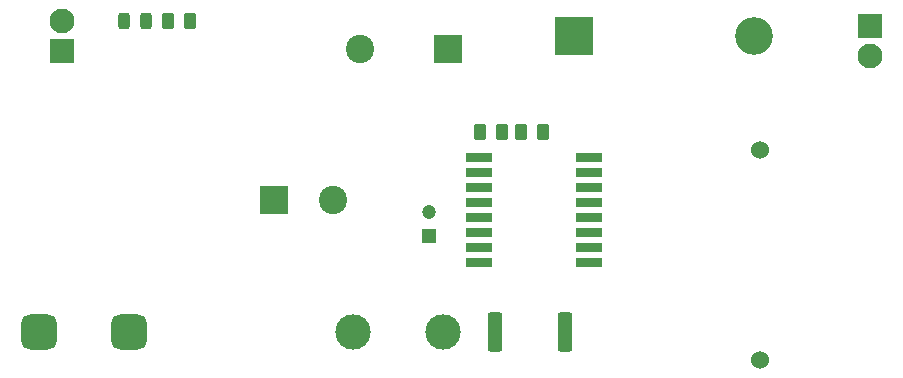
<source format=gbr>
%TF.GenerationSoftware,KiCad,Pcbnew,7.0.7*%
%TF.CreationDate,2023-09-13T14:26:25-04:00*%
%TF.ProjectId,Alim12,416c696d-3132-42e6-9b69-6361645f7063,rev?*%
%TF.SameCoordinates,Original*%
%TF.FileFunction,Soldermask,Top*%
%TF.FilePolarity,Negative*%
%FSLAX46Y46*%
G04 Gerber Fmt 4.6, Leading zero omitted, Abs format (unit mm)*
G04 Created by KiCad (PCBNEW 7.0.7) date 2023-09-13 14:26:25*
%MOMM*%
%LPD*%
G01*
G04 APERTURE LIST*
G04 Aperture macros list*
%AMRoundRect*
0 Rectangle with rounded corners*
0 $1 Rounding radius*
0 $2 $3 $4 $5 $6 $7 $8 $9 X,Y pos of 4 corners*
0 Add a 4 corners polygon primitive as box body*
4,1,4,$2,$3,$4,$5,$6,$7,$8,$9,$2,$3,0*
0 Add four circle primitives for the rounded corners*
1,1,$1+$1,$2,$3*
1,1,$1+$1,$4,$5*
1,1,$1+$1,$6,$7*
1,1,$1+$1,$8,$9*
0 Add four rect primitives between the rounded corners*
20,1,$1+$1,$2,$3,$4,$5,0*
20,1,$1+$1,$4,$5,$6,$7,0*
20,1,$1+$1,$6,$7,$8,$9,0*
20,1,$1+$1,$8,$9,$2,$3,0*%
G04 Aperture macros list end*
%ADD10C,0.010000*%
%ADD11R,2.400000X2.400000*%
%ADD12C,2.400000*%
%ADD13R,2.100000X2.100000*%
%ADD14C,2.100000*%
%ADD15RoundRect,0.250000X0.262500X0.450000X-0.262500X0.450000X-0.262500X-0.450000X0.262500X-0.450000X0*%
%ADD16RoundRect,0.250000X0.362500X1.425000X-0.362500X1.425000X-0.362500X-1.425000X0.362500X-1.425000X0*%
%ADD17C,1.524000*%
%ADD18RoundRect,0.243750X-0.243750X-0.456250X0.243750X-0.456250X0.243750X0.456250X-0.243750X0.456250X0*%
%ADD19RoundRect,0.250000X-0.262500X-0.450000X0.262500X-0.450000X0.262500X0.450000X-0.262500X0.450000X0*%
%ADD20RoundRect,0.750000X-0.750000X-0.750000X0.750000X-0.750000X0.750000X0.750000X-0.750000X0.750000X0*%
%ADD21C,3.000000*%
%ADD22R,3.200000X3.200000*%
%ADD23O,3.200000X3.200000*%
%ADD24R,1.200000X1.200000*%
%ADD25C,1.200000*%
G04 APERTURE END LIST*
%TO.C,U1*%
D10*
X142748000Y-104811000D02*
X142750000Y-104811000D01*
X142753000Y-104812000D01*
X142755000Y-104812000D01*
X142758000Y-104813000D01*
X142760000Y-104814000D01*
X142763000Y-104815000D01*
X142765000Y-104817000D01*
X142767000Y-104818000D01*
X142769000Y-104820000D01*
X142771000Y-104821000D01*
X142773000Y-104823000D01*
X142775000Y-104825000D01*
X142777000Y-104827000D01*
X142779000Y-104829000D01*
X142780000Y-104831000D01*
X142782000Y-104833000D01*
X142783000Y-104835000D01*
X142785000Y-104837000D01*
X142786000Y-104840000D01*
X142787000Y-104842000D01*
X142788000Y-104845000D01*
X142788000Y-104847000D01*
X142789000Y-104850000D01*
X142789000Y-104852000D01*
X142790000Y-104855000D01*
X142790000Y-104857000D01*
X142790000Y-104860000D01*
X142790000Y-105500000D01*
X142790000Y-105503000D01*
X142790000Y-105505000D01*
X142789000Y-105508000D01*
X142789000Y-105510000D01*
X142788000Y-105513000D01*
X142788000Y-105515000D01*
X142787000Y-105518000D01*
X142786000Y-105520000D01*
X142785000Y-105523000D01*
X142783000Y-105525000D01*
X142782000Y-105527000D01*
X142780000Y-105529000D01*
X142779000Y-105531000D01*
X142777000Y-105533000D01*
X142775000Y-105535000D01*
X142773000Y-105537000D01*
X142771000Y-105539000D01*
X142769000Y-105540000D01*
X142767000Y-105542000D01*
X142765000Y-105543000D01*
X142763000Y-105545000D01*
X142760000Y-105546000D01*
X142758000Y-105547000D01*
X142755000Y-105548000D01*
X142753000Y-105548000D01*
X142750000Y-105549000D01*
X142748000Y-105549000D01*
X142745000Y-105550000D01*
X142743000Y-105550000D01*
X142740000Y-105550000D01*
X140700000Y-105550000D01*
X140697000Y-105550000D01*
X140695000Y-105550000D01*
X140692000Y-105549000D01*
X140690000Y-105549000D01*
X140687000Y-105548000D01*
X140685000Y-105548000D01*
X140682000Y-105547000D01*
X140680000Y-105546000D01*
X140677000Y-105545000D01*
X140675000Y-105543000D01*
X140673000Y-105542000D01*
X140671000Y-105540000D01*
X140669000Y-105539000D01*
X140667000Y-105537000D01*
X140665000Y-105535000D01*
X140663000Y-105533000D01*
X140661000Y-105531000D01*
X140660000Y-105529000D01*
X140658000Y-105527000D01*
X140657000Y-105525000D01*
X140655000Y-105523000D01*
X140654000Y-105520000D01*
X140653000Y-105518000D01*
X140652000Y-105515000D01*
X140652000Y-105513000D01*
X140651000Y-105510000D01*
X140651000Y-105508000D01*
X140650000Y-105505000D01*
X140650000Y-105503000D01*
X140650000Y-105500000D01*
X140650000Y-104860000D01*
X140650000Y-104857000D01*
X140650000Y-104855000D01*
X140651000Y-104852000D01*
X140651000Y-104850000D01*
X140652000Y-104847000D01*
X140652000Y-104845000D01*
X140653000Y-104842000D01*
X140654000Y-104840000D01*
X140655000Y-104837000D01*
X140657000Y-104835000D01*
X140658000Y-104833000D01*
X140660000Y-104831000D01*
X140661000Y-104829000D01*
X140663000Y-104827000D01*
X140665000Y-104825000D01*
X140667000Y-104823000D01*
X140669000Y-104821000D01*
X140671000Y-104820000D01*
X140673000Y-104818000D01*
X140675000Y-104817000D01*
X140677000Y-104815000D01*
X140680000Y-104814000D01*
X140682000Y-104813000D01*
X140685000Y-104812000D01*
X140687000Y-104812000D01*
X140690000Y-104811000D01*
X140692000Y-104811000D01*
X140695000Y-104810000D01*
X140697000Y-104810000D01*
X140700000Y-104810000D01*
X142740000Y-104810000D01*
X142743000Y-104810000D01*
X142745000Y-104810000D01*
X142748000Y-104811000D01*
G36*
X142748000Y-104811000D02*
G01*
X142750000Y-104811000D01*
X142753000Y-104812000D01*
X142755000Y-104812000D01*
X142758000Y-104813000D01*
X142760000Y-104814000D01*
X142763000Y-104815000D01*
X142765000Y-104817000D01*
X142767000Y-104818000D01*
X142769000Y-104820000D01*
X142771000Y-104821000D01*
X142773000Y-104823000D01*
X142775000Y-104825000D01*
X142777000Y-104827000D01*
X142779000Y-104829000D01*
X142780000Y-104831000D01*
X142782000Y-104833000D01*
X142783000Y-104835000D01*
X142785000Y-104837000D01*
X142786000Y-104840000D01*
X142787000Y-104842000D01*
X142788000Y-104845000D01*
X142788000Y-104847000D01*
X142789000Y-104850000D01*
X142789000Y-104852000D01*
X142790000Y-104855000D01*
X142790000Y-104857000D01*
X142790000Y-104860000D01*
X142790000Y-105500000D01*
X142790000Y-105503000D01*
X142790000Y-105505000D01*
X142789000Y-105508000D01*
X142789000Y-105510000D01*
X142788000Y-105513000D01*
X142788000Y-105515000D01*
X142787000Y-105518000D01*
X142786000Y-105520000D01*
X142785000Y-105523000D01*
X142783000Y-105525000D01*
X142782000Y-105527000D01*
X142780000Y-105529000D01*
X142779000Y-105531000D01*
X142777000Y-105533000D01*
X142775000Y-105535000D01*
X142773000Y-105537000D01*
X142771000Y-105539000D01*
X142769000Y-105540000D01*
X142767000Y-105542000D01*
X142765000Y-105543000D01*
X142763000Y-105545000D01*
X142760000Y-105546000D01*
X142758000Y-105547000D01*
X142755000Y-105548000D01*
X142753000Y-105548000D01*
X142750000Y-105549000D01*
X142748000Y-105549000D01*
X142745000Y-105550000D01*
X142743000Y-105550000D01*
X142740000Y-105550000D01*
X140700000Y-105550000D01*
X140697000Y-105550000D01*
X140695000Y-105550000D01*
X140692000Y-105549000D01*
X140690000Y-105549000D01*
X140687000Y-105548000D01*
X140685000Y-105548000D01*
X140682000Y-105547000D01*
X140680000Y-105546000D01*
X140677000Y-105545000D01*
X140675000Y-105543000D01*
X140673000Y-105542000D01*
X140671000Y-105540000D01*
X140669000Y-105539000D01*
X140667000Y-105537000D01*
X140665000Y-105535000D01*
X140663000Y-105533000D01*
X140661000Y-105531000D01*
X140660000Y-105529000D01*
X140658000Y-105527000D01*
X140657000Y-105525000D01*
X140655000Y-105523000D01*
X140654000Y-105520000D01*
X140653000Y-105518000D01*
X140652000Y-105515000D01*
X140652000Y-105513000D01*
X140651000Y-105510000D01*
X140651000Y-105508000D01*
X140650000Y-105505000D01*
X140650000Y-105503000D01*
X140650000Y-105500000D01*
X140650000Y-104860000D01*
X140650000Y-104857000D01*
X140650000Y-104855000D01*
X140651000Y-104852000D01*
X140651000Y-104850000D01*
X140652000Y-104847000D01*
X140652000Y-104845000D01*
X140653000Y-104842000D01*
X140654000Y-104840000D01*
X140655000Y-104837000D01*
X140657000Y-104835000D01*
X140658000Y-104833000D01*
X140660000Y-104831000D01*
X140661000Y-104829000D01*
X140663000Y-104827000D01*
X140665000Y-104825000D01*
X140667000Y-104823000D01*
X140669000Y-104821000D01*
X140671000Y-104820000D01*
X140673000Y-104818000D01*
X140675000Y-104817000D01*
X140677000Y-104815000D01*
X140680000Y-104814000D01*
X140682000Y-104813000D01*
X140685000Y-104812000D01*
X140687000Y-104812000D01*
X140690000Y-104811000D01*
X140692000Y-104811000D01*
X140695000Y-104810000D01*
X140697000Y-104810000D01*
X140700000Y-104810000D01*
X142740000Y-104810000D01*
X142743000Y-104810000D01*
X142745000Y-104810000D01*
X142748000Y-104811000D01*
G37*
X142748000Y-106081000D02*
X142750000Y-106081000D01*
X142753000Y-106082000D01*
X142755000Y-106082000D01*
X142758000Y-106083000D01*
X142760000Y-106084000D01*
X142763000Y-106085000D01*
X142765000Y-106087000D01*
X142767000Y-106088000D01*
X142769000Y-106090000D01*
X142771000Y-106091000D01*
X142773000Y-106093000D01*
X142775000Y-106095000D01*
X142777000Y-106097000D01*
X142779000Y-106099000D01*
X142780000Y-106101000D01*
X142782000Y-106103000D01*
X142783000Y-106105000D01*
X142785000Y-106107000D01*
X142786000Y-106110000D01*
X142787000Y-106112000D01*
X142788000Y-106115000D01*
X142788000Y-106117000D01*
X142789000Y-106120000D01*
X142789000Y-106122000D01*
X142790000Y-106125000D01*
X142790000Y-106127000D01*
X142790000Y-106130000D01*
X142790000Y-106770000D01*
X142790000Y-106773000D01*
X142790000Y-106775000D01*
X142789000Y-106778000D01*
X142789000Y-106780000D01*
X142788000Y-106783000D01*
X142788000Y-106785000D01*
X142787000Y-106788000D01*
X142786000Y-106790000D01*
X142785000Y-106793000D01*
X142783000Y-106795000D01*
X142782000Y-106797000D01*
X142780000Y-106799000D01*
X142779000Y-106801000D01*
X142777000Y-106803000D01*
X142775000Y-106805000D01*
X142773000Y-106807000D01*
X142771000Y-106809000D01*
X142769000Y-106810000D01*
X142767000Y-106812000D01*
X142765000Y-106813000D01*
X142763000Y-106815000D01*
X142760000Y-106816000D01*
X142758000Y-106817000D01*
X142755000Y-106818000D01*
X142753000Y-106818000D01*
X142750000Y-106819000D01*
X142748000Y-106819000D01*
X142745000Y-106820000D01*
X142743000Y-106820000D01*
X142740000Y-106820000D01*
X140700000Y-106820000D01*
X140697000Y-106820000D01*
X140695000Y-106820000D01*
X140692000Y-106819000D01*
X140690000Y-106819000D01*
X140687000Y-106818000D01*
X140685000Y-106818000D01*
X140682000Y-106817000D01*
X140680000Y-106816000D01*
X140677000Y-106815000D01*
X140675000Y-106813000D01*
X140673000Y-106812000D01*
X140671000Y-106810000D01*
X140669000Y-106809000D01*
X140667000Y-106807000D01*
X140665000Y-106805000D01*
X140663000Y-106803000D01*
X140661000Y-106801000D01*
X140660000Y-106799000D01*
X140658000Y-106797000D01*
X140657000Y-106795000D01*
X140655000Y-106793000D01*
X140654000Y-106790000D01*
X140653000Y-106788000D01*
X140652000Y-106785000D01*
X140652000Y-106783000D01*
X140651000Y-106780000D01*
X140651000Y-106778000D01*
X140650000Y-106775000D01*
X140650000Y-106773000D01*
X140650000Y-106770000D01*
X140650000Y-106130000D01*
X140650000Y-106127000D01*
X140650000Y-106125000D01*
X140651000Y-106122000D01*
X140651000Y-106120000D01*
X140652000Y-106117000D01*
X140652000Y-106115000D01*
X140653000Y-106112000D01*
X140654000Y-106110000D01*
X140655000Y-106107000D01*
X140657000Y-106105000D01*
X140658000Y-106103000D01*
X140660000Y-106101000D01*
X140661000Y-106099000D01*
X140663000Y-106097000D01*
X140665000Y-106095000D01*
X140667000Y-106093000D01*
X140669000Y-106091000D01*
X140671000Y-106090000D01*
X140673000Y-106088000D01*
X140675000Y-106087000D01*
X140677000Y-106085000D01*
X140680000Y-106084000D01*
X140682000Y-106083000D01*
X140685000Y-106082000D01*
X140687000Y-106082000D01*
X140690000Y-106081000D01*
X140692000Y-106081000D01*
X140695000Y-106080000D01*
X140697000Y-106080000D01*
X140700000Y-106080000D01*
X142740000Y-106080000D01*
X142743000Y-106080000D01*
X142745000Y-106080000D01*
X142748000Y-106081000D01*
G36*
X142748000Y-106081000D02*
G01*
X142750000Y-106081000D01*
X142753000Y-106082000D01*
X142755000Y-106082000D01*
X142758000Y-106083000D01*
X142760000Y-106084000D01*
X142763000Y-106085000D01*
X142765000Y-106087000D01*
X142767000Y-106088000D01*
X142769000Y-106090000D01*
X142771000Y-106091000D01*
X142773000Y-106093000D01*
X142775000Y-106095000D01*
X142777000Y-106097000D01*
X142779000Y-106099000D01*
X142780000Y-106101000D01*
X142782000Y-106103000D01*
X142783000Y-106105000D01*
X142785000Y-106107000D01*
X142786000Y-106110000D01*
X142787000Y-106112000D01*
X142788000Y-106115000D01*
X142788000Y-106117000D01*
X142789000Y-106120000D01*
X142789000Y-106122000D01*
X142790000Y-106125000D01*
X142790000Y-106127000D01*
X142790000Y-106130000D01*
X142790000Y-106770000D01*
X142790000Y-106773000D01*
X142790000Y-106775000D01*
X142789000Y-106778000D01*
X142789000Y-106780000D01*
X142788000Y-106783000D01*
X142788000Y-106785000D01*
X142787000Y-106788000D01*
X142786000Y-106790000D01*
X142785000Y-106793000D01*
X142783000Y-106795000D01*
X142782000Y-106797000D01*
X142780000Y-106799000D01*
X142779000Y-106801000D01*
X142777000Y-106803000D01*
X142775000Y-106805000D01*
X142773000Y-106807000D01*
X142771000Y-106809000D01*
X142769000Y-106810000D01*
X142767000Y-106812000D01*
X142765000Y-106813000D01*
X142763000Y-106815000D01*
X142760000Y-106816000D01*
X142758000Y-106817000D01*
X142755000Y-106818000D01*
X142753000Y-106818000D01*
X142750000Y-106819000D01*
X142748000Y-106819000D01*
X142745000Y-106820000D01*
X142743000Y-106820000D01*
X142740000Y-106820000D01*
X140700000Y-106820000D01*
X140697000Y-106820000D01*
X140695000Y-106820000D01*
X140692000Y-106819000D01*
X140690000Y-106819000D01*
X140687000Y-106818000D01*
X140685000Y-106818000D01*
X140682000Y-106817000D01*
X140680000Y-106816000D01*
X140677000Y-106815000D01*
X140675000Y-106813000D01*
X140673000Y-106812000D01*
X140671000Y-106810000D01*
X140669000Y-106809000D01*
X140667000Y-106807000D01*
X140665000Y-106805000D01*
X140663000Y-106803000D01*
X140661000Y-106801000D01*
X140660000Y-106799000D01*
X140658000Y-106797000D01*
X140657000Y-106795000D01*
X140655000Y-106793000D01*
X140654000Y-106790000D01*
X140653000Y-106788000D01*
X140652000Y-106785000D01*
X140652000Y-106783000D01*
X140651000Y-106780000D01*
X140651000Y-106778000D01*
X140650000Y-106775000D01*
X140650000Y-106773000D01*
X140650000Y-106770000D01*
X140650000Y-106130000D01*
X140650000Y-106127000D01*
X140650000Y-106125000D01*
X140651000Y-106122000D01*
X140651000Y-106120000D01*
X140652000Y-106117000D01*
X140652000Y-106115000D01*
X140653000Y-106112000D01*
X140654000Y-106110000D01*
X140655000Y-106107000D01*
X140657000Y-106105000D01*
X140658000Y-106103000D01*
X140660000Y-106101000D01*
X140661000Y-106099000D01*
X140663000Y-106097000D01*
X140665000Y-106095000D01*
X140667000Y-106093000D01*
X140669000Y-106091000D01*
X140671000Y-106090000D01*
X140673000Y-106088000D01*
X140675000Y-106087000D01*
X140677000Y-106085000D01*
X140680000Y-106084000D01*
X140682000Y-106083000D01*
X140685000Y-106082000D01*
X140687000Y-106082000D01*
X140690000Y-106081000D01*
X140692000Y-106081000D01*
X140695000Y-106080000D01*
X140697000Y-106080000D01*
X140700000Y-106080000D01*
X142740000Y-106080000D01*
X142743000Y-106080000D01*
X142745000Y-106080000D01*
X142748000Y-106081000D01*
G37*
X142748000Y-107351000D02*
X142750000Y-107351000D01*
X142753000Y-107352000D01*
X142755000Y-107352000D01*
X142758000Y-107353000D01*
X142760000Y-107354000D01*
X142763000Y-107355000D01*
X142765000Y-107357000D01*
X142767000Y-107358000D01*
X142769000Y-107360000D01*
X142771000Y-107361000D01*
X142773000Y-107363000D01*
X142775000Y-107365000D01*
X142777000Y-107367000D01*
X142779000Y-107369000D01*
X142780000Y-107371000D01*
X142782000Y-107373000D01*
X142783000Y-107375000D01*
X142785000Y-107377000D01*
X142786000Y-107380000D01*
X142787000Y-107382000D01*
X142788000Y-107385000D01*
X142788000Y-107387000D01*
X142789000Y-107390000D01*
X142789000Y-107392000D01*
X142790000Y-107395000D01*
X142790000Y-107397000D01*
X142790000Y-107400000D01*
X142790000Y-108040000D01*
X142790000Y-108043000D01*
X142790000Y-108045000D01*
X142789000Y-108048000D01*
X142789000Y-108050000D01*
X142788000Y-108053000D01*
X142788000Y-108055000D01*
X142787000Y-108058000D01*
X142786000Y-108060000D01*
X142785000Y-108063000D01*
X142783000Y-108065000D01*
X142782000Y-108067000D01*
X142780000Y-108069000D01*
X142779000Y-108071000D01*
X142777000Y-108073000D01*
X142775000Y-108075000D01*
X142773000Y-108077000D01*
X142771000Y-108079000D01*
X142769000Y-108080000D01*
X142767000Y-108082000D01*
X142765000Y-108083000D01*
X142763000Y-108085000D01*
X142760000Y-108086000D01*
X142758000Y-108087000D01*
X142755000Y-108088000D01*
X142753000Y-108088000D01*
X142750000Y-108089000D01*
X142748000Y-108089000D01*
X142745000Y-108090000D01*
X142743000Y-108090000D01*
X142740000Y-108090000D01*
X140700000Y-108090000D01*
X140697000Y-108090000D01*
X140695000Y-108090000D01*
X140692000Y-108089000D01*
X140690000Y-108089000D01*
X140687000Y-108088000D01*
X140685000Y-108088000D01*
X140682000Y-108087000D01*
X140680000Y-108086000D01*
X140677000Y-108085000D01*
X140675000Y-108083000D01*
X140673000Y-108082000D01*
X140671000Y-108080000D01*
X140669000Y-108079000D01*
X140667000Y-108077000D01*
X140665000Y-108075000D01*
X140663000Y-108073000D01*
X140661000Y-108071000D01*
X140660000Y-108069000D01*
X140658000Y-108067000D01*
X140657000Y-108065000D01*
X140655000Y-108063000D01*
X140654000Y-108060000D01*
X140653000Y-108058000D01*
X140652000Y-108055000D01*
X140652000Y-108053000D01*
X140651000Y-108050000D01*
X140651000Y-108048000D01*
X140650000Y-108045000D01*
X140650000Y-108043000D01*
X140650000Y-108040000D01*
X140650000Y-107400000D01*
X140650000Y-107397000D01*
X140650000Y-107395000D01*
X140651000Y-107392000D01*
X140651000Y-107390000D01*
X140652000Y-107387000D01*
X140652000Y-107385000D01*
X140653000Y-107382000D01*
X140654000Y-107380000D01*
X140655000Y-107377000D01*
X140657000Y-107375000D01*
X140658000Y-107373000D01*
X140660000Y-107371000D01*
X140661000Y-107369000D01*
X140663000Y-107367000D01*
X140665000Y-107365000D01*
X140667000Y-107363000D01*
X140669000Y-107361000D01*
X140671000Y-107360000D01*
X140673000Y-107358000D01*
X140675000Y-107357000D01*
X140677000Y-107355000D01*
X140680000Y-107354000D01*
X140682000Y-107353000D01*
X140685000Y-107352000D01*
X140687000Y-107352000D01*
X140690000Y-107351000D01*
X140692000Y-107351000D01*
X140695000Y-107350000D01*
X140697000Y-107350000D01*
X140700000Y-107350000D01*
X142740000Y-107350000D01*
X142743000Y-107350000D01*
X142745000Y-107350000D01*
X142748000Y-107351000D01*
G36*
X142748000Y-107351000D02*
G01*
X142750000Y-107351000D01*
X142753000Y-107352000D01*
X142755000Y-107352000D01*
X142758000Y-107353000D01*
X142760000Y-107354000D01*
X142763000Y-107355000D01*
X142765000Y-107357000D01*
X142767000Y-107358000D01*
X142769000Y-107360000D01*
X142771000Y-107361000D01*
X142773000Y-107363000D01*
X142775000Y-107365000D01*
X142777000Y-107367000D01*
X142779000Y-107369000D01*
X142780000Y-107371000D01*
X142782000Y-107373000D01*
X142783000Y-107375000D01*
X142785000Y-107377000D01*
X142786000Y-107380000D01*
X142787000Y-107382000D01*
X142788000Y-107385000D01*
X142788000Y-107387000D01*
X142789000Y-107390000D01*
X142789000Y-107392000D01*
X142790000Y-107395000D01*
X142790000Y-107397000D01*
X142790000Y-107400000D01*
X142790000Y-108040000D01*
X142790000Y-108043000D01*
X142790000Y-108045000D01*
X142789000Y-108048000D01*
X142789000Y-108050000D01*
X142788000Y-108053000D01*
X142788000Y-108055000D01*
X142787000Y-108058000D01*
X142786000Y-108060000D01*
X142785000Y-108063000D01*
X142783000Y-108065000D01*
X142782000Y-108067000D01*
X142780000Y-108069000D01*
X142779000Y-108071000D01*
X142777000Y-108073000D01*
X142775000Y-108075000D01*
X142773000Y-108077000D01*
X142771000Y-108079000D01*
X142769000Y-108080000D01*
X142767000Y-108082000D01*
X142765000Y-108083000D01*
X142763000Y-108085000D01*
X142760000Y-108086000D01*
X142758000Y-108087000D01*
X142755000Y-108088000D01*
X142753000Y-108088000D01*
X142750000Y-108089000D01*
X142748000Y-108089000D01*
X142745000Y-108090000D01*
X142743000Y-108090000D01*
X142740000Y-108090000D01*
X140700000Y-108090000D01*
X140697000Y-108090000D01*
X140695000Y-108090000D01*
X140692000Y-108089000D01*
X140690000Y-108089000D01*
X140687000Y-108088000D01*
X140685000Y-108088000D01*
X140682000Y-108087000D01*
X140680000Y-108086000D01*
X140677000Y-108085000D01*
X140675000Y-108083000D01*
X140673000Y-108082000D01*
X140671000Y-108080000D01*
X140669000Y-108079000D01*
X140667000Y-108077000D01*
X140665000Y-108075000D01*
X140663000Y-108073000D01*
X140661000Y-108071000D01*
X140660000Y-108069000D01*
X140658000Y-108067000D01*
X140657000Y-108065000D01*
X140655000Y-108063000D01*
X140654000Y-108060000D01*
X140653000Y-108058000D01*
X140652000Y-108055000D01*
X140652000Y-108053000D01*
X140651000Y-108050000D01*
X140651000Y-108048000D01*
X140650000Y-108045000D01*
X140650000Y-108043000D01*
X140650000Y-108040000D01*
X140650000Y-107400000D01*
X140650000Y-107397000D01*
X140650000Y-107395000D01*
X140651000Y-107392000D01*
X140651000Y-107390000D01*
X140652000Y-107387000D01*
X140652000Y-107385000D01*
X140653000Y-107382000D01*
X140654000Y-107380000D01*
X140655000Y-107377000D01*
X140657000Y-107375000D01*
X140658000Y-107373000D01*
X140660000Y-107371000D01*
X140661000Y-107369000D01*
X140663000Y-107367000D01*
X140665000Y-107365000D01*
X140667000Y-107363000D01*
X140669000Y-107361000D01*
X140671000Y-107360000D01*
X140673000Y-107358000D01*
X140675000Y-107357000D01*
X140677000Y-107355000D01*
X140680000Y-107354000D01*
X140682000Y-107353000D01*
X140685000Y-107352000D01*
X140687000Y-107352000D01*
X140690000Y-107351000D01*
X140692000Y-107351000D01*
X140695000Y-107350000D01*
X140697000Y-107350000D01*
X140700000Y-107350000D01*
X142740000Y-107350000D01*
X142743000Y-107350000D01*
X142745000Y-107350000D01*
X142748000Y-107351000D01*
G37*
X142748000Y-108621000D02*
X142750000Y-108621000D01*
X142753000Y-108622000D01*
X142755000Y-108622000D01*
X142758000Y-108623000D01*
X142760000Y-108624000D01*
X142763000Y-108625000D01*
X142765000Y-108627000D01*
X142767000Y-108628000D01*
X142769000Y-108630000D01*
X142771000Y-108631000D01*
X142773000Y-108633000D01*
X142775000Y-108635000D01*
X142777000Y-108637000D01*
X142779000Y-108639000D01*
X142780000Y-108641000D01*
X142782000Y-108643000D01*
X142783000Y-108645000D01*
X142785000Y-108647000D01*
X142786000Y-108650000D01*
X142787000Y-108652000D01*
X142788000Y-108655000D01*
X142788000Y-108657000D01*
X142789000Y-108660000D01*
X142789000Y-108662000D01*
X142790000Y-108665000D01*
X142790000Y-108667000D01*
X142790000Y-108670000D01*
X142790000Y-109310000D01*
X142790000Y-109313000D01*
X142790000Y-109315000D01*
X142789000Y-109318000D01*
X142789000Y-109320000D01*
X142788000Y-109323000D01*
X142788000Y-109325000D01*
X142787000Y-109328000D01*
X142786000Y-109330000D01*
X142785000Y-109333000D01*
X142783000Y-109335000D01*
X142782000Y-109337000D01*
X142780000Y-109339000D01*
X142779000Y-109341000D01*
X142777000Y-109343000D01*
X142775000Y-109345000D01*
X142773000Y-109347000D01*
X142771000Y-109349000D01*
X142769000Y-109350000D01*
X142767000Y-109352000D01*
X142765000Y-109353000D01*
X142763000Y-109355000D01*
X142760000Y-109356000D01*
X142758000Y-109357000D01*
X142755000Y-109358000D01*
X142753000Y-109358000D01*
X142750000Y-109359000D01*
X142748000Y-109359000D01*
X142745000Y-109360000D01*
X142743000Y-109360000D01*
X142740000Y-109360000D01*
X140700000Y-109360000D01*
X140697000Y-109360000D01*
X140695000Y-109360000D01*
X140692000Y-109359000D01*
X140690000Y-109359000D01*
X140687000Y-109358000D01*
X140685000Y-109358000D01*
X140682000Y-109357000D01*
X140680000Y-109356000D01*
X140677000Y-109355000D01*
X140675000Y-109353000D01*
X140673000Y-109352000D01*
X140671000Y-109350000D01*
X140669000Y-109349000D01*
X140667000Y-109347000D01*
X140665000Y-109345000D01*
X140663000Y-109343000D01*
X140661000Y-109341000D01*
X140660000Y-109339000D01*
X140658000Y-109337000D01*
X140657000Y-109335000D01*
X140655000Y-109333000D01*
X140654000Y-109330000D01*
X140653000Y-109328000D01*
X140652000Y-109325000D01*
X140652000Y-109323000D01*
X140651000Y-109320000D01*
X140651000Y-109318000D01*
X140650000Y-109315000D01*
X140650000Y-109313000D01*
X140650000Y-109310000D01*
X140650000Y-108670000D01*
X140650000Y-108667000D01*
X140650000Y-108665000D01*
X140651000Y-108662000D01*
X140651000Y-108660000D01*
X140652000Y-108657000D01*
X140652000Y-108655000D01*
X140653000Y-108652000D01*
X140654000Y-108650000D01*
X140655000Y-108647000D01*
X140657000Y-108645000D01*
X140658000Y-108643000D01*
X140660000Y-108641000D01*
X140661000Y-108639000D01*
X140663000Y-108637000D01*
X140665000Y-108635000D01*
X140667000Y-108633000D01*
X140669000Y-108631000D01*
X140671000Y-108630000D01*
X140673000Y-108628000D01*
X140675000Y-108627000D01*
X140677000Y-108625000D01*
X140680000Y-108624000D01*
X140682000Y-108623000D01*
X140685000Y-108622000D01*
X140687000Y-108622000D01*
X140690000Y-108621000D01*
X140692000Y-108621000D01*
X140695000Y-108620000D01*
X140697000Y-108620000D01*
X140700000Y-108620000D01*
X142740000Y-108620000D01*
X142743000Y-108620000D01*
X142745000Y-108620000D01*
X142748000Y-108621000D01*
G36*
X142748000Y-108621000D02*
G01*
X142750000Y-108621000D01*
X142753000Y-108622000D01*
X142755000Y-108622000D01*
X142758000Y-108623000D01*
X142760000Y-108624000D01*
X142763000Y-108625000D01*
X142765000Y-108627000D01*
X142767000Y-108628000D01*
X142769000Y-108630000D01*
X142771000Y-108631000D01*
X142773000Y-108633000D01*
X142775000Y-108635000D01*
X142777000Y-108637000D01*
X142779000Y-108639000D01*
X142780000Y-108641000D01*
X142782000Y-108643000D01*
X142783000Y-108645000D01*
X142785000Y-108647000D01*
X142786000Y-108650000D01*
X142787000Y-108652000D01*
X142788000Y-108655000D01*
X142788000Y-108657000D01*
X142789000Y-108660000D01*
X142789000Y-108662000D01*
X142790000Y-108665000D01*
X142790000Y-108667000D01*
X142790000Y-108670000D01*
X142790000Y-109310000D01*
X142790000Y-109313000D01*
X142790000Y-109315000D01*
X142789000Y-109318000D01*
X142789000Y-109320000D01*
X142788000Y-109323000D01*
X142788000Y-109325000D01*
X142787000Y-109328000D01*
X142786000Y-109330000D01*
X142785000Y-109333000D01*
X142783000Y-109335000D01*
X142782000Y-109337000D01*
X142780000Y-109339000D01*
X142779000Y-109341000D01*
X142777000Y-109343000D01*
X142775000Y-109345000D01*
X142773000Y-109347000D01*
X142771000Y-109349000D01*
X142769000Y-109350000D01*
X142767000Y-109352000D01*
X142765000Y-109353000D01*
X142763000Y-109355000D01*
X142760000Y-109356000D01*
X142758000Y-109357000D01*
X142755000Y-109358000D01*
X142753000Y-109358000D01*
X142750000Y-109359000D01*
X142748000Y-109359000D01*
X142745000Y-109360000D01*
X142743000Y-109360000D01*
X142740000Y-109360000D01*
X140700000Y-109360000D01*
X140697000Y-109360000D01*
X140695000Y-109360000D01*
X140692000Y-109359000D01*
X140690000Y-109359000D01*
X140687000Y-109358000D01*
X140685000Y-109358000D01*
X140682000Y-109357000D01*
X140680000Y-109356000D01*
X140677000Y-109355000D01*
X140675000Y-109353000D01*
X140673000Y-109352000D01*
X140671000Y-109350000D01*
X140669000Y-109349000D01*
X140667000Y-109347000D01*
X140665000Y-109345000D01*
X140663000Y-109343000D01*
X140661000Y-109341000D01*
X140660000Y-109339000D01*
X140658000Y-109337000D01*
X140657000Y-109335000D01*
X140655000Y-109333000D01*
X140654000Y-109330000D01*
X140653000Y-109328000D01*
X140652000Y-109325000D01*
X140652000Y-109323000D01*
X140651000Y-109320000D01*
X140651000Y-109318000D01*
X140650000Y-109315000D01*
X140650000Y-109313000D01*
X140650000Y-109310000D01*
X140650000Y-108670000D01*
X140650000Y-108667000D01*
X140650000Y-108665000D01*
X140651000Y-108662000D01*
X140651000Y-108660000D01*
X140652000Y-108657000D01*
X140652000Y-108655000D01*
X140653000Y-108652000D01*
X140654000Y-108650000D01*
X140655000Y-108647000D01*
X140657000Y-108645000D01*
X140658000Y-108643000D01*
X140660000Y-108641000D01*
X140661000Y-108639000D01*
X140663000Y-108637000D01*
X140665000Y-108635000D01*
X140667000Y-108633000D01*
X140669000Y-108631000D01*
X140671000Y-108630000D01*
X140673000Y-108628000D01*
X140675000Y-108627000D01*
X140677000Y-108625000D01*
X140680000Y-108624000D01*
X140682000Y-108623000D01*
X140685000Y-108622000D01*
X140687000Y-108622000D01*
X140690000Y-108621000D01*
X140692000Y-108621000D01*
X140695000Y-108620000D01*
X140697000Y-108620000D01*
X140700000Y-108620000D01*
X142740000Y-108620000D01*
X142743000Y-108620000D01*
X142745000Y-108620000D01*
X142748000Y-108621000D01*
G37*
X142748000Y-109891000D02*
X142750000Y-109891000D01*
X142753000Y-109892000D01*
X142755000Y-109892000D01*
X142758000Y-109893000D01*
X142760000Y-109894000D01*
X142763000Y-109895000D01*
X142765000Y-109897000D01*
X142767000Y-109898000D01*
X142769000Y-109900000D01*
X142771000Y-109901000D01*
X142773000Y-109903000D01*
X142775000Y-109905000D01*
X142777000Y-109907000D01*
X142779000Y-109909000D01*
X142780000Y-109911000D01*
X142782000Y-109913000D01*
X142783000Y-109915000D01*
X142785000Y-109917000D01*
X142786000Y-109920000D01*
X142787000Y-109922000D01*
X142788000Y-109925000D01*
X142788000Y-109927000D01*
X142789000Y-109930000D01*
X142789000Y-109932000D01*
X142790000Y-109935000D01*
X142790000Y-109937000D01*
X142790000Y-109940000D01*
X142790000Y-110580000D01*
X142790000Y-110583000D01*
X142790000Y-110585000D01*
X142789000Y-110588000D01*
X142789000Y-110590000D01*
X142788000Y-110593000D01*
X142788000Y-110595000D01*
X142787000Y-110598000D01*
X142786000Y-110600000D01*
X142785000Y-110603000D01*
X142783000Y-110605000D01*
X142782000Y-110607000D01*
X142780000Y-110609000D01*
X142779000Y-110611000D01*
X142777000Y-110613000D01*
X142775000Y-110615000D01*
X142773000Y-110617000D01*
X142771000Y-110619000D01*
X142769000Y-110620000D01*
X142767000Y-110622000D01*
X142765000Y-110623000D01*
X142763000Y-110625000D01*
X142760000Y-110626000D01*
X142758000Y-110627000D01*
X142755000Y-110628000D01*
X142753000Y-110628000D01*
X142750000Y-110629000D01*
X142748000Y-110629000D01*
X142745000Y-110630000D01*
X142743000Y-110630000D01*
X142740000Y-110630000D01*
X140700000Y-110630000D01*
X140697000Y-110630000D01*
X140695000Y-110630000D01*
X140692000Y-110629000D01*
X140690000Y-110629000D01*
X140687000Y-110628000D01*
X140685000Y-110628000D01*
X140682000Y-110627000D01*
X140680000Y-110626000D01*
X140677000Y-110625000D01*
X140675000Y-110623000D01*
X140673000Y-110622000D01*
X140671000Y-110620000D01*
X140669000Y-110619000D01*
X140667000Y-110617000D01*
X140665000Y-110615000D01*
X140663000Y-110613000D01*
X140661000Y-110611000D01*
X140660000Y-110609000D01*
X140658000Y-110607000D01*
X140657000Y-110605000D01*
X140655000Y-110603000D01*
X140654000Y-110600000D01*
X140653000Y-110598000D01*
X140652000Y-110595000D01*
X140652000Y-110593000D01*
X140651000Y-110590000D01*
X140651000Y-110588000D01*
X140650000Y-110585000D01*
X140650000Y-110583000D01*
X140650000Y-110580000D01*
X140650000Y-109940000D01*
X140650000Y-109937000D01*
X140650000Y-109935000D01*
X140651000Y-109932000D01*
X140651000Y-109930000D01*
X140652000Y-109927000D01*
X140652000Y-109925000D01*
X140653000Y-109922000D01*
X140654000Y-109920000D01*
X140655000Y-109917000D01*
X140657000Y-109915000D01*
X140658000Y-109913000D01*
X140660000Y-109911000D01*
X140661000Y-109909000D01*
X140663000Y-109907000D01*
X140665000Y-109905000D01*
X140667000Y-109903000D01*
X140669000Y-109901000D01*
X140671000Y-109900000D01*
X140673000Y-109898000D01*
X140675000Y-109897000D01*
X140677000Y-109895000D01*
X140680000Y-109894000D01*
X140682000Y-109893000D01*
X140685000Y-109892000D01*
X140687000Y-109892000D01*
X140690000Y-109891000D01*
X140692000Y-109891000D01*
X140695000Y-109890000D01*
X140697000Y-109890000D01*
X140700000Y-109890000D01*
X142740000Y-109890000D01*
X142743000Y-109890000D01*
X142745000Y-109890000D01*
X142748000Y-109891000D01*
G36*
X142748000Y-109891000D02*
G01*
X142750000Y-109891000D01*
X142753000Y-109892000D01*
X142755000Y-109892000D01*
X142758000Y-109893000D01*
X142760000Y-109894000D01*
X142763000Y-109895000D01*
X142765000Y-109897000D01*
X142767000Y-109898000D01*
X142769000Y-109900000D01*
X142771000Y-109901000D01*
X142773000Y-109903000D01*
X142775000Y-109905000D01*
X142777000Y-109907000D01*
X142779000Y-109909000D01*
X142780000Y-109911000D01*
X142782000Y-109913000D01*
X142783000Y-109915000D01*
X142785000Y-109917000D01*
X142786000Y-109920000D01*
X142787000Y-109922000D01*
X142788000Y-109925000D01*
X142788000Y-109927000D01*
X142789000Y-109930000D01*
X142789000Y-109932000D01*
X142790000Y-109935000D01*
X142790000Y-109937000D01*
X142790000Y-109940000D01*
X142790000Y-110580000D01*
X142790000Y-110583000D01*
X142790000Y-110585000D01*
X142789000Y-110588000D01*
X142789000Y-110590000D01*
X142788000Y-110593000D01*
X142788000Y-110595000D01*
X142787000Y-110598000D01*
X142786000Y-110600000D01*
X142785000Y-110603000D01*
X142783000Y-110605000D01*
X142782000Y-110607000D01*
X142780000Y-110609000D01*
X142779000Y-110611000D01*
X142777000Y-110613000D01*
X142775000Y-110615000D01*
X142773000Y-110617000D01*
X142771000Y-110619000D01*
X142769000Y-110620000D01*
X142767000Y-110622000D01*
X142765000Y-110623000D01*
X142763000Y-110625000D01*
X142760000Y-110626000D01*
X142758000Y-110627000D01*
X142755000Y-110628000D01*
X142753000Y-110628000D01*
X142750000Y-110629000D01*
X142748000Y-110629000D01*
X142745000Y-110630000D01*
X142743000Y-110630000D01*
X142740000Y-110630000D01*
X140700000Y-110630000D01*
X140697000Y-110630000D01*
X140695000Y-110630000D01*
X140692000Y-110629000D01*
X140690000Y-110629000D01*
X140687000Y-110628000D01*
X140685000Y-110628000D01*
X140682000Y-110627000D01*
X140680000Y-110626000D01*
X140677000Y-110625000D01*
X140675000Y-110623000D01*
X140673000Y-110622000D01*
X140671000Y-110620000D01*
X140669000Y-110619000D01*
X140667000Y-110617000D01*
X140665000Y-110615000D01*
X140663000Y-110613000D01*
X140661000Y-110611000D01*
X140660000Y-110609000D01*
X140658000Y-110607000D01*
X140657000Y-110605000D01*
X140655000Y-110603000D01*
X140654000Y-110600000D01*
X140653000Y-110598000D01*
X140652000Y-110595000D01*
X140652000Y-110593000D01*
X140651000Y-110590000D01*
X140651000Y-110588000D01*
X140650000Y-110585000D01*
X140650000Y-110583000D01*
X140650000Y-110580000D01*
X140650000Y-109940000D01*
X140650000Y-109937000D01*
X140650000Y-109935000D01*
X140651000Y-109932000D01*
X140651000Y-109930000D01*
X140652000Y-109927000D01*
X140652000Y-109925000D01*
X140653000Y-109922000D01*
X140654000Y-109920000D01*
X140655000Y-109917000D01*
X140657000Y-109915000D01*
X140658000Y-109913000D01*
X140660000Y-109911000D01*
X140661000Y-109909000D01*
X140663000Y-109907000D01*
X140665000Y-109905000D01*
X140667000Y-109903000D01*
X140669000Y-109901000D01*
X140671000Y-109900000D01*
X140673000Y-109898000D01*
X140675000Y-109897000D01*
X140677000Y-109895000D01*
X140680000Y-109894000D01*
X140682000Y-109893000D01*
X140685000Y-109892000D01*
X140687000Y-109892000D01*
X140690000Y-109891000D01*
X140692000Y-109891000D01*
X140695000Y-109890000D01*
X140697000Y-109890000D01*
X140700000Y-109890000D01*
X142740000Y-109890000D01*
X142743000Y-109890000D01*
X142745000Y-109890000D01*
X142748000Y-109891000D01*
G37*
X142748000Y-111161000D02*
X142750000Y-111161000D01*
X142753000Y-111162000D01*
X142755000Y-111162000D01*
X142758000Y-111163000D01*
X142760000Y-111164000D01*
X142763000Y-111165000D01*
X142765000Y-111167000D01*
X142767000Y-111168000D01*
X142769000Y-111170000D01*
X142771000Y-111171000D01*
X142773000Y-111173000D01*
X142775000Y-111175000D01*
X142777000Y-111177000D01*
X142779000Y-111179000D01*
X142780000Y-111181000D01*
X142782000Y-111183000D01*
X142783000Y-111185000D01*
X142785000Y-111187000D01*
X142786000Y-111190000D01*
X142787000Y-111192000D01*
X142788000Y-111195000D01*
X142788000Y-111197000D01*
X142789000Y-111200000D01*
X142789000Y-111202000D01*
X142790000Y-111205000D01*
X142790000Y-111207000D01*
X142790000Y-111210000D01*
X142790000Y-111850000D01*
X142790000Y-111853000D01*
X142790000Y-111855000D01*
X142789000Y-111858000D01*
X142789000Y-111860000D01*
X142788000Y-111863000D01*
X142788000Y-111865000D01*
X142787000Y-111868000D01*
X142786000Y-111870000D01*
X142785000Y-111873000D01*
X142783000Y-111875000D01*
X142782000Y-111877000D01*
X142780000Y-111879000D01*
X142779000Y-111881000D01*
X142777000Y-111883000D01*
X142775000Y-111885000D01*
X142773000Y-111887000D01*
X142771000Y-111889000D01*
X142769000Y-111890000D01*
X142767000Y-111892000D01*
X142765000Y-111893000D01*
X142763000Y-111895000D01*
X142760000Y-111896000D01*
X142758000Y-111897000D01*
X142755000Y-111898000D01*
X142753000Y-111898000D01*
X142750000Y-111899000D01*
X142748000Y-111899000D01*
X142745000Y-111900000D01*
X142743000Y-111900000D01*
X142740000Y-111900000D01*
X140700000Y-111900000D01*
X140697000Y-111900000D01*
X140695000Y-111900000D01*
X140692000Y-111899000D01*
X140690000Y-111899000D01*
X140687000Y-111898000D01*
X140685000Y-111898000D01*
X140682000Y-111897000D01*
X140680000Y-111896000D01*
X140677000Y-111895000D01*
X140675000Y-111893000D01*
X140673000Y-111892000D01*
X140671000Y-111890000D01*
X140669000Y-111889000D01*
X140667000Y-111887000D01*
X140665000Y-111885000D01*
X140663000Y-111883000D01*
X140661000Y-111881000D01*
X140660000Y-111879000D01*
X140658000Y-111877000D01*
X140657000Y-111875000D01*
X140655000Y-111873000D01*
X140654000Y-111870000D01*
X140653000Y-111868000D01*
X140652000Y-111865000D01*
X140652000Y-111863000D01*
X140651000Y-111860000D01*
X140651000Y-111858000D01*
X140650000Y-111855000D01*
X140650000Y-111853000D01*
X140650000Y-111850000D01*
X140650000Y-111210000D01*
X140650000Y-111207000D01*
X140650000Y-111205000D01*
X140651000Y-111202000D01*
X140651000Y-111200000D01*
X140652000Y-111197000D01*
X140652000Y-111195000D01*
X140653000Y-111192000D01*
X140654000Y-111190000D01*
X140655000Y-111187000D01*
X140657000Y-111185000D01*
X140658000Y-111183000D01*
X140660000Y-111181000D01*
X140661000Y-111179000D01*
X140663000Y-111177000D01*
X140665000Y-111175000D01*
X140667000Y-111173000D01*
X140669000Y-111171000D01*
X140671000Y-111170000D01*
X140673000Y-111168000D01*
X140675000Y-111167000D01*
X140677000Y-111165000D01*
X140680000Y-111164000D01*
X140682000Y-111163000D01*
X140685000Y-111162000D01*
X140687000Y-111162000D01*
X140690000Y-111161000D01*
X140692000Y-111161000D01*
X140695000Y-111160000D01*
X140697000Y-111160000D01*
X140700000Y-111160000D01*
X142740000Y-111160000D01*
X142743000Y-111160000D01*
X142745000Y-111160000D01*
X142748000Y-111161000D01*
G36*
X142748000Y-111161000D02*
G01*
X142750000Y-111161000D01*
X142753000Y-111162000D01*
X142755000Y-111162000D01*
X142758000Y-111163000D01*
X142760000Y-111164000D01*
X142763000Y-111165000D01*
X142765000Y-111167000D01*
X142767000Y-111168000D01*
X142769000Y-111170000D01*
X142771000Y-111171000D01*
X142773000Y-111173000D01*
X142775000Y-111175000D01*
X142777000Y-111177000D01*
X142779000Y-111179000D01*
X142780000Y-111181000D01*
X142782000Y-111183000D01*
X142783000Y-111185000D01*
X142785000Y-111187000D01*
X142786000Y-111190000D01*
X142787000Y-111192000D01*
X142788000Y-111195000D01*
X142788000Y-111197000D01*
X142789000Y-111200000D01*
X142789000Y-111202000D01*
X142790000Y-111205000D01*
X142790000Y-111207000D01*
X142790000Y-111210000D01*
X142790000Y-111850000D01*
X142790000Y-111853000D01*
X142790000Y-111855000D01*
X142789000Y-111858000D01*
X142789000Y-111860000D01*
X142788000Y-111863000D01*
X142788000Y-111865000D01*
X142787000Y-111868000D01*
X142786000Y-111870000D01*
X142785000Y-111873000D01*
X142783000Y-111875000D01*
X142782000Y-111877000D01*
X142780000Y-111879000D01*
X142779000Y-111881000D01*
X142777000Y-111883000D01*
X142775000Y-111885000D01*
X142773000Y-111887000D01*
X142771000Y-111889000D01*
X142769000Y-111890000D01*
X142767000Y-111892000D01*
X142765000Y-111893000D01*
X142763000Y-111895000D01*
X142760000Y-111896000D01*
X142758000Y-111897000D01*
X142755000Y-111898000D01*
X142753000Y-111898000D01*
X142750000Y-111899000D01*
X142748000Y-111899000D01*
X142745000Y-111900000D01*
X142743000Y-111900000D01*
X142740000Y-111900000D01*
X140700000Y-111900000D01*
X140697000Y-111900000D01*
X140695000Y-111900000D01*
X140692000Y-111899000D01*
X140690000Y-111899000D01*
X140687000Y-111898000D01*
X140685000Y-111898000D01*
X140682000Y-111897000D01*
X140680000Y-111896000D01*
X140677000Y-111895000D01*
X140675000Y-111893000D01*
X140673000Y-111892000D01*
X140671000Y-111890000D01*
X140669000Y-111889000D01*
X140667000Y-111887000D01*
X140665000Y-111885000D01*
X140663000Y-111883000D01*
X140661000Y-111881000D01*
X140660000Y-111879000D01*
X140658000Y-111877000D01*
X140657000Y-111875000D01*
X140655000Y-111873000D01*
X140654000Y-111870000D01*
X140653000Y-111868000D01*
X140652000Y-111865000D01*
X140652000Y-111863000D01*
X140651000Y-111860000D01*
X140651000Y-111858000D01*
X140650000Y-111855000D01*
X140650000Y-111853000D01*
X140650000Y-111850000D01*
X140650000Y-111210000D01*
X140650000Y-111207000D01*
X140650000Y-111205000D01*
X140651000Y-111202000D01*
X140651000Y-111200000D01*
X140652000Y-111197000D01*
X140652000Y-111195000D01*
X140653000Y-111192000D01*
X140654000Y-111190000D01*
X140655000Y-111187000D01*
X140657000Y-111185000D01*
X140658000Y-111183000D01*
X140660000Y-111181000D01*
X140661000Y-111179000D01*
X140663000Y-111177000D01*
X140665000Y-111175000D01*
X140667000Y-111173000D01*
X140669000Y-111171000D01*
X140671000Y-111170000D01*
X140673000Y-111168000D01*
X140675000Y-111167000D01*
X140677000Y-111165000D01*
X140680000Y-111164000D01*
X140682000Y-111163000D01*
X140685000Y-111162000D01*
X140687000Y-111162000D01*
X140690000Y-111161000D01*
X140692000Y-111161000D01*
X140695000Y-111160000D01*
X140697000Y-111160000D01*
X140700000Y-111160000D01*
X142740000Y-111160000D01*
X142743000Y-111160000D01*
X142745000Y-111160000D01*
X142748000Y-111161000D01*
G37*
X142748000Y-112431000D02*
X142750000Y-112431000D01*
X142753000Y-112432000D01*
X142755000Y-112432000D01*
X142758000Y-112433000D01*
X142760000Y-112434000D01*
X142763000Y-112435000D01*
X142765000Y-112437000D01*
X142767000Y-112438000D01*
X142769000Y-112440000D01*
X142771000Y-112441000D01*
X142773000Y-112443000D01*
X142775000Y-112445000D01*
X142777000Y-112447000D01*
X142779000Y-112449000D01*
X142780000Y-112451000D01*
X142782000Y-112453000D01*
X142783000Y-112455000D01*
X142785000Y-112457000D01*
X142786000Y-112460000D01*
X142787000Y-112462000D01*
X142788000Y-112465000D01*
X142788000Y-112467000D01*
X142789000Y-112470000D01*
X142789000Y-112472000D01*
X142790000Y-112475000D01*
X142790000Y-112477000D01*
X142790000Y-112480000D01*
X142790000Y-113120000D01*
X142790000Y-113123000D01*
X142790000Y-113125000D01*
X142789000Y-113128000D01*
X142789000Y-113130000D01*
X142788000Y-113133000D01*
X142788000Y-113135000D01*
X142787000Y-113138000D01*
X142786000Y-113140000D01*
X142785000Y-113143000D01*
X142783000Y-113145000D01*
X142782000Y-113147000D01*
X142780000Y-113149000D01*
X142779000Y-113151000D01*
X142777000Y-113153000D01*
X142775000Y-113155000D01*
X142773000Y-113157000D01*
X142771000Y-113159000D01*
X142769000Y-113160000D01*
X142767000Y-113162000D01*
X142765000Y-113163000D01*
X142763000Y-113165000D01*
X142760000Y-113166000D01*
X142758000Y-113167000D01*
X142755000Y-113168000D01*
X142753000Y-113168000D01*
X142750000Y-113169000D01*
X142748000Y-113169000D01*
X142745000Y-113170000D01*
X142743000Y-113170000D01*
X142740000Y-113170000D01*
X140700000Y-113170000D01*
X140697000Y-113170000D01*
X140695000Y-113170000D01*
X140692000Y-113169000D01*
X140690000Y-113169000D01*
X140687000Y-113168000D01*
X140685000Y-113168000D01*
X140682000Y-113167000D01*
X140680000Y-113166000D01*
X140677000Y-113165000D01*
X140675000Y-113163000D01*
X140673000Y-113162000D01*
X140671000Y-113160000D01*
X140669000Y-113159000D01*
X140667000Y-113157000D01*
X140665000Y-113155000D01*
X140663000Y-113153000D01*
X140661000Y-113151000D01*
X140660000Y-113149000D01*
X140658000Y-113147000D01*
X140657000Y-113145000D01*
X140655000Y-113143000D01*
X140654000Y-113140000D01*
X140653000Y-113138000D01*
X140652000Y-113135000D01*
X140652000Y-113133000D01*
X140651000Y-113130000D01*
X140651000Y-113128000D01*
X140650000Y-113125000D01*
X140650000Y-113123000D01*
X140650000Y-113120000D01*
X140650000Y-112480000D01*
X140650000Y-112477000D01*
X140650000Y-112475000D01*
X140651000Y-112472000D01*
X140651000Y-112470000D01*
X140652000Y-112467000D01*
X140652000Y-112465000D01*
X140653000Y-112462000D01*
X140654000Y-112460000D01*
X140655000Y-112457000D01*
X140657000Y-112455000D01*
X140658000Y-112453000D01*
X140660000Y-112451000D01*
X140661000Y-112449000D01*
X140663000Y-112447000D01*
X140665000Y-112445000D01*
X140667000Y-112443000D01*
X140669000Y-112441000D01*
X140671000Y-112440000D01*
X140673000Y-112438000D01*
X140675000Y-112437000D01*
X140677000Y-112435000D01*
X140680000Y-112434000D01*
X140682000Y-112433000D01*
X140685000Y-112432000D01*
X140687000Y-112432000D01*
X140690000Y-112431000D01*
X140692000Y-112431000D01*
X140695000Y-112430000D01*
X140697000Y-112430000D01*
X140700000Y-112430000D01*
X142740000Y-112430000D01*
X142743000Y-112430000D01*
X142745000Y-112430000D01*
X142748000Y-112431000D01*
G36*
X142748000Y-112431000D02*
G01*
X142750000Y-112431000D01*
X142753000Y-112432000D01*
X142755000Y-112432000D01*
X142758000Y-112433000D01*
X142760000Y-112434000D01*
X142763000Y-112435000D01*
X142765000Y-112437000D01*
X142767000Y-112438000D01*
X142769000Y-112440000D01*
X142771000Y-112441000D01*
X142773000Y-112443000D01*
X142775000Y-112445000D01*
X142777000Y-112447000D01*
X142779000Y-112449000D01*
X142780000Y-112451000D01*
X142782000Y-112453000D01*
X142783000Y-112455000D01*
X142785000Y-112457000D01*
X142786000Y-112460000D01*
X142787000Y-112462000D01*
X142788000Y-112465000D01*
X142788000Y-112467000D01*
X142789000Y-112470000D01*
X142789000Y-112472000D01*
X142790000Y-112475000D01*
X142790000Y-112477000D01*
X142790000Y-112480000D01*
X142790000Y-113120000D01*
X142790000Y-113123000D01*
X142790000Y-113125000D01*
X142789000Y-113128000D01*
X142789000Y-113130000D01*
X142788000Y-113133000D01*
X142788000Y-113135000D01*
X142787000Y-113138000D01*
X142786000Y-113140000D01*
X142785000Y-113143000D01*
X142783000Y-113145000D01*
X142782000Y-113147000D01*
X142780000Y-113149000D01*
X142779000Y-113151000D01*
X142777000Y-113153000D01*
X142775000Y-113155000D01*
X142773000Y-113157000D01*
X142771000Y-113159000D01*
X142769000Y-113160000D01*
X142767000Y-113162000D01*
X142765000Y-113163000D01*
X142763000Y-113165000D01*
X142760000Y-113166000D01*
X142758000Y-113167000D01*
X142755000Y-113168000D01*
X142753000Y-113168000D01*
X142750000Y-113169000D01*
X142748000Y-113169000D01*
X142745000Y-113170000D01*
X142743000Y-113170000D01*
X142740000Y-113170000D01*
X140700000Y-113170000D01*
X140697000Y-113170000D01*
X140695000Y-113170000D01*
X140692000Y-113169000D01*
X140690000Y-113169000D01*
X140687000Y-113168000D01*
X140685000Y-113168000D01*
X140682000Y-113167000D01*
X140680000Y-113166000D01*
X140677000Y-113165000D01*
X140675000Y-113163000D01*
X140673000Y-113162000D01*
X140671000Y-113160000D01*
X140669000Y-113159000D01*
X140667000Y-113157000D01*
X140665000Y-113155000D01*
X140663000Y-113153000D01*
X140661000Y-113151000D01*
X140660000Y-113149000D01*
X140658000Y-113147000D01*
X140657000Y-113145000D01*
X140655000Y-113143000D01*
X140654000Y-113140000D01*
X140653000Y-113138000D01*
X140652000Y-113135000D01*
X140652000Y-113133000D01*
X140651000Y-113130000D01*
X140651000Y-113128000D01*
X140650000Y-113125000D01*
X140650000Y-113123000D01*
X140650000Y-113120000D01*
X140650000Y-112480000D01*
X140650000Y-112477000D01*
X140650000Y-112475000D01*
X140651000Y-112472000D01*
X140651000Y-112470000D01*
X140652000Y-112467000D01*
X140652000Y-112465000D01*
X140653000Y-112462000D01*
X140654000Y-112460000D01*
X140655000Y-112457000D01*
X140657000Y-112455000D01*
X140658000Y-112453000D01*
X140660000Y-112451000D01*
X140661000Y-112449000D01*
X140663000Y-112447000D01*
X140665000Y-112445000D01*
X140667000Y-112443000D01*
X140669000Y-112441000D01*
X140671000Y-112440000D01*
X140673000Y-112438000D01*
X140675000Y-112437000D01*
X140677000Y-112435000D01*
X140680000Y-112434000D01*
X140682000Y-112433000D01*
X140685000Y-112432000D01*
X140687000Y-112432000D01*
X140690000Y-112431000D01*
X140692000Y-112431000D01*
X140695000Y-112430000D01*
X140697000Y-112430000D01*
X140700000Y-112430000D01*
X142740000Y-112430000D01*
X142743000Y-112430000D01*
X142745000Y-112430000D01*
X142748000Y-112431000D01*
G37*
X142748000Y-113701000D02*
X142750000Y-113701000D01*
X142753000Y-113702000D01*
X142755000Y-113702000D01*
X142758000Y-113703000D01*
X142760000Y-113704000D01*
X142763000Y-113705000D01*
X142765000Y-113707000D01*
X142767000Y-113708000D01*
X142769000Y-113710000D01*
X142771000Y-113711000D01*
X142773000Y-113713000D01*
X142775000Y-113715000D01*
X142777000Y-113717000D01*
X142779000Y-113719000D01*
X142780000Y-113721000D01*
X142782000Y-113723000D01*
X142783000Y-113725000D01*
X142785000Y-113727000D01*
X142786000Y-113730000D01*
X142787000Y-113732000D01*
X142788000Y-113735000D01*
X142788000Y-113737000D01*
X142789000Y-113740000D01*
X142789000Y-113742000D01*
X142790000Y-113745000D01*
X142790000Y-113747000D01*
X142790000Y-113750000D01*
X142790000Y-114390000D01*
X142790000Y-114393000D01*
X142790000Y-114395000D01*
X142789000Y-114398000D01*
X142789000Y-114400000D01*
X142788000Y-114403000D01*
X142788000Y-114405000D01*
X142787000Y-114408000D01*
X142786000Y-114410000D01*
X142785000Y-114413000D01*
X142783000Y-114415000D01*
X142782000Y-114417000D01*
X142780000Y-114419000D01*
X142779000Y-114421000D01*
X142777000Y-114423000D01*
X142775000Y-114425000D01*
X142773000Y-114427000D01*
X142771000Y-114429000D01*
X142769000Y-114430000D01*
X142767000Y-114432000D01*
X142765000Y-114433000D01*
X142763000Y-114435000D01*
X142760000Y-114436000D01*
X142758000Y-114437000D01*
X142755000Y-114438000D01*
X142753000Y-114438000D01*
X142750000Y-114439000D01*
X142748000Y-114439000D01*
X142745000Y-114440000D01*
X142743000Y-114440000D01*
X142740000Y-114440000D01*
X140700000Y-114440000D01*
X140697000Y-114440000D01*
X140695000Y-114440000D01*
X140692000Y-114439000D01*
X140690000Y-114439000D01*
X140687000Y-114438000D01*
X140685000Y-114438000D01*
X140682000Y-114437000D01*
X140680000Y-114436000D01*
X140677000Y-114435000D01*
X140675000Y-114433000D01*
X140673000Y-114432000D01*
X140671000Y-114430000D01*
X140669000Y-114429000D01*
X140667000Y-114427000D01*
X140665000Y-114425000D01*
X140663000Y-114423000D01*
X140661000Y-114421000D01*
X140660000Y-114419000D01*
X140658000Y-114417000D01*
X140657000Y-114415000D01*
X140655000Y-114413000D01*
X140654000Y-114410000D01*
X140653000Y-114408000D01*
X140652000Y-114405000D01*
X140652000Y-114403000D01*
X140651000Y-114400000D01*
X140651000Y-114398000D01*
X140650000Y-114395000D01*
X140650000Y-114393000D01*
X140650000Y-114390000D01*
X140650000Y-113750000D01*
X140650000Y-113747000D01*
X140650000Y-113745000D01*
X140651000Y-113742000D01*
X140651000Y-113740000D01*
X140652000Y-113737000D01*
X140652000Y-113735000D01*
X140653000Y-113732000D01*
X140654000Y-113730000D01*
X140655000Y-113727000D01*
X140657000Y-113725000D01*
X140658000Y-113723000D01*
X140660000Y-113721000D01*
X140661000Y-113719000D01*
X140663000Y-113717000D01*
X140665000Y-113715000D01*
X140667000Y-113713000D01*
X140669000Y-113711000D01*
X140671000Y-113710000D01*
X140673000Y-113708000D01*
X140675000Y-113707000D01*
X140677000Y-113705000D01*
X140680000Y-113704000D01*
X140682000Y-113703000D01*
X140685000Y-113702000D01*
X140687000Y-113702000D01*
X140690000Y-113701000D01*
X140692000Y-113701000D01*
X140695000Y-113700000D01*
X140697000Y-113700000D01*
X140700000Y-113700000D01*
X142740000Y-113700000D01*
X142743000Y-113700000D01*
X142745000Y-113700000D01*
X142748000Y-113701000D01*
G36*
X142748000Y-113701000D02*
G01*
X142750000Y-113701000D01*
X142753000Y-113702000D01*
X142755000Y-113702000D01*
X142758000Y-113703000D01*
X142760000Y-113704000D01*
X142763000Y-113705000D01*
X142765000Y-113707000D01*
X142767000Y-113708000D01*
X142769000Y-113710000D01*
X142771000Y-113711000D01*
X142773000Y-113713000D01*
X142775000Y-113715000D01*
X142777000Y-113717000D01*
X142779000Y-113719000D01*
X142780000Y-113721000D01*
X142782000Y-113723000D01*
X142783000Y-113725000D01*
X142785000Y-113727000D01*
X142786000Y-113730000D01*
X142787000Y-113732000D01*
X142788000Y-113735000D01*
X142788000Y-113737000D01*
X142789000Y-113740000D01*
X142789000Y-113742000D01*
X142790000Y-113745000D01*
X142790000Y-113747000D01*
X142790000Y-113750000D01*
X142790000Y-114390000D01*
X142790000Y-114393000D01*
X142790000Y-114395000D01*
X142789000Y-114398000D01*
X142789000Y-114400000D01*
X142788000Y-114403000D01*
X142788000Y-114405000D01*
X142787000Y-114408000D01*
X142786000Y-114410000D01*
X142785000Y-114413000D01*
X142783000Y-114415000D01*
X142782000Y-114417000D01*
X142780000Y-114419000D01*
X142779000Y-114421000D01*
X142777000Y-114423000D01*
X142775000Y-114425000D01*
X142773000Y-114427000D01*
X142771000Y-114429000D01*
X142769000Y-114430000D01*
X142767000Y-114432000D01*
X142765000Y-114433000D01*
X142763000Y-114435000D01*
X142760000Y-114436000D01*
X142758000Y-114437000D01*
X142755000Y-114438000D01*
X142753000Y-114438000D01*
X142750000Y-114439000D01*
X142748000Y-114439000D01*
X142745000Y-114440000D01*
X142743000Y-114440000D01*
X142740000Y-114440000D01*
X140700000Y-114440000D01*
X140697000Y-114440000D01*
X140695000Y-114440000D01*
X140692000Y-114439000D01*
X140690000Y-114439000D01*
X140687000Y-114438000D01*
X140685000Y-114438000D01*
X140682000Y-114437000D01*
X140680000Y-114436000D01*
X140677000Y-114435000D01*
X140675000Y-114433000D01*
X140673000Y-114432000D01*
X140671000Y-114430000D01*
X140669000Y-114429000D01*
X140667000Y-114427000D01*
X140665000Y-114425000D01*
X140663000Y-114423000D01*
X140661000Y-114421000D01*
X140660000Y-114419000D01*
X140658000Y-114417000D01*
X140657000Y-114415000D01*
X140655000Y-114413000D01*
X140654000Y-114410000D01*
X140653000Y-114408000D01*
X140652000Y-114405000D01*
X140652000Y-114403000D01*
X140651000Y-114400000D01*
X140651000Y-114398000D01*
X140650000Y-114395000D01*
X140650000Y-114393000D01*
X140650000Y-114390000D01*
X140650000Y-113750000D01*
X140650000Y-113747000D01*
X140650000Y-113745000D01*
X140651000Y-113742000D01*
X140651000Y-113740000D01*
X140652000Y-113737000D01*
X140652000Y-113735000D01*
X140653000Y-113732000D01*
X140654000Y-113730000D01*
X140655000Y-113727000D01*
X140657000Y-113725000D01*
X140658000Y-113723000D01*
X140660000Y-113721000D01*
X140661000Y-113719000D01*
X140663000Y-113717000D01*
X140665000Y-113715000D01*
X140667000Y-113713000D01*
X140669000Y-113711000D01*
X140671000Y-113710000D01*
X140673000Y-113708000D01*
X140675000Y-113707000D01*
X140677000Y-113705000D01*
X140680000Y-113704000D01*
X140682000Y-113703000D01*
X140685000Y-113702000D01*
X140687000Y-113702000D01*
X140690000Y-113701000D01*
X140692000Y-113701000D01*
X140695000Y-113700000D01*
X140697000Y-113700000D01*
X140700000Y-113700000D01*
X142740000Y-113700000D01*
X142743000Y-113700000D01*
X142745000Y-113700000D01*
X142748000Y-113701000D01*
G37*
X152048000Y-104811000D02*
X152050000Y-104811000D01*
X152053000Y-104812000D01*
X152055000Y-104812000D01*
X152058000Y-104813000D01*
X152060000Y-104814000D01*
X152063000Y-104815000D01*
X152065000Y-104817000D01*
X152067000Y-104818000D01*
X152069000Y-104820000D01*
X152071000Y-104821000D01*
X152073000Y-104823000D01*
X152075000Y-104825000D01*
X152077000Y-104827000D01*
X152079000Y-104829000D01*
X152080000Y-104831000D01*
X152082000Y-104833000D01*
X152083000Y-104835000D01*
X152085000Y-104837000D01*
X152086000Y-104840000D01*
X152087000Y-104842000D01*
X152088000Y-104845000D01*
X152088000Y-104847000D01*
X152089000Y-104850000D01*
X152089000Y-104852000D01*
X152090000Y-104855000D01*
X152090000Y-104857000D01*
X152090000Y-104860000D01*
X152090000Y-105500000D01*
X152090000Y-105503000D01*
X152090000Y-105505000D01*
X152089000Y-105508000D01*
X152089000Y-105510000D01*
X152088000Y-105513000D01*
X152088000Y-105515000D01*
X152087000Y-105518000D01*
X152086000Y-105520000D01*
X152085000Y-105523000D01*
X152083000Y-105525000D01*
X152082000Y-105527000D01*
X152080000Y-105529000D01*
X152079000Y-105531000D01*
X152077000Y-105533000D01*
X152075000Y-105535000D01*
X152073000Y-105537000D01*
X152071000Y-105539000D01*
X152069000Y-105540000D01*
X152067000Y-105542000D01*
X152065000Y-105543000D01*
X152063000Y-105545000D01*
X152060000Y-105546000D01*
X152058000Y-105547000D01*
X152055000Y-105548000D01*
X152053000Y-105548000D01*
X152050000Y-105549000D01*
X152048000Y-105549000D01*
X152045000Y-105550000D01*
X152043000Y-105550000D01*
X152040000Y-105550000D01*
X150000000Y-105550000D01*
X149997000Y-105550000D01*
X149995000Y-105550000D01*
X149992000Y-105549000D01*
X149990000Y-105549000D01*
X149987000Y-105548000D01*
X149985000Y-105548000D01*
X149982000Y-105547000D01*
X149980000Y-105546000D01*
X149977000Y-105545000D01*
X149975000Y-105543000D01*
X149973000Y-105542000D01*
X149971000Y-105540000D01*
X149969000Y-105539000D01*
X149967000Y-105537000D01*
X149965000Y-105535000D01*
X149963000Y-105533000D01*
X149961000Y-105531000D01*
X149960000Y-105529000D01*
X149958000Y-105527000D01*
X149957000Y-105525000D01*
X149955000Y-105523000D01*
X149954000Y-105520000D01*
X149953000Y-105518000D01*
X149952000Y-105515000D01*
X149952000Y-105513000D01*
X149951000Y-105510000D01*
X149951000Y-105508000D01*
X149950000Y-105505000D01*
X149950000Y-105503000D01*
X149950000Y-105500000D01*
X149950000Y-104860000D01*
X149950000Y-104857000D01*
X149950000Y-104855000D01*
X149951000Y-104852000D01*
X149951000Y-104850000D01*
X149952000Y-104847000D01*
X149952000Y-104845000D01*
X149953000Y-104842000D01*
X149954000Y-104840000D01*
X149955000Y-104837000D01*
X149957000Y-104835000D01*
X149958000Y-104833000D01*
X149960000Y-104831000D01*
X149961000Y-104829000D01*
X149963000Y-104827000D01*
X149965000Y-104825000D01*
X149967000Y-104823000D01*
X149969000Y-104821000D01*
X149971000Y-104820000D01*
X149973000Y-104818000D01*
X149975000Y-104817000D01*
X149977000Y-104815000D01*
X149980000Y-104814000D01*
X149982000Y-104813000D01*
X149985000Y-104812000D01*
X149987000Y-104812000D01*
X149990000Y-104811000D01*
X149992000Y-104811000D01*
X149995000Y-104810000D01*
X149997000Y-104810000D01*
X150000000Y-104810000D01*
X152040000Y-104810000D01*
X152043000Y-104810000D01*
X152045000Y-104810000D01*
X152048000Y-104811000D01*
G36*
X152048000Y-104811000D02*
G01*
X152050000Y-104811000D01*
X152053000Y-104812000D01*
X152055000Y-104812000D01*
X152058000Y-104813000D01*
X152060000Y-104814000D01*
X152063000Y-104815000D01*
X152065000Y-104817000D01*
X152067000Y-104818000D01*
X152069000Y-104820000D01*
X152071000Y-104821000D01*
X152073000Y-104823000D01*
X152075000Y-104825000D01*
X152077000Y-104827000D01*
X152079000Y-104829000D01*
X152080000Y-104831000D01*
X152082000Y-104833000D01*
X152083000Y-104835000D01*
X152085000Y-104837000D01*
X152086000Y-104840000D01*
X152087000Y-104842000D01*
X152088000Y-104845000D01*
X152088000Y-104847000D01*
X152089000Y-104850000D01*
X152089000Y-104852000D01*
X152090000Y-104855000D01*
X152090000Y-104857000D01*
X152090000Y-104860000D01*
X152090000Y-105500000D01*
X152090000Y-105503000D01*
X152090000Y-105505000D01*
X152089000Y-105508000D01*
X152089000Y-105510000D01*
X152088000Y-105513000D01*
X152088000Y-105515000D01*
X152087000Y-105518000D01*
X152086000Y-105520000D01*
X152085000Y-105523000D01*
X152083000Y-105525000D01*
X152082000Y-105527000D01*
X152080000Y-105529000D01*
X152079000Y-105531000D01*
X152077000Y-105533000D01*
X152075000Y-105535000D01*
X152073000Y-105537000D01*
X152071000Y-105539000D01*
X152069000Y-105540000D01*
X152067000Y-105542000D01*
X152065000Y-105543000D01*
X152063000Y-105545000D01*
X152060000Y-105546000D01*
X152058000Y-105547000D01*
X152055000Y-105548000D01*
X152053000Y-105548000D01*
X152050000Y-105549000D01*
X152048000Y-105549000D01*
X152045000Y-105550000D01*
X152043000Y-105550000D01*
X152040000Y-105550000D01*
X150000000Y-105550000D01*
X149997000Y-105550000D01*
X149995000Y-105550000D01*
X149992000Y-105549000D01*
X149990000Y-105549000D01*
X149987000Y-105548000D01*
X149985000Y-105548000D01*
X149982000Y-105547000D01*
X149980000Y-105546000D01*
X149977000Y-105545000D01*
X149975000Y-105543000D01*
X149973000Y-105542000D01*
X149971000Y-105540000D01*
X149969000Y-105539000D01*
X149967000Y-105537000D01*
X149965000Y-105535000D01*
X149963000Y-105533000D01*
X149961000Y-105531000D01*
X149960000Y-105529000D01*
X149958000Y-105527000D01*
X149957000Y-105525000D01*
X149955000Y-105523000D01*
X149954000Y-105520000D01*
X149953000Y-105518000D01*
X149952000Y-105515000D01*
X149952000Y-105513000D01*
X149951000Y-105510000D01*
X149951000Y-105508000D01*
X149950000Y-105505000D01*
X149950000Y-105503000D01*
X149950000Y-105500000D01*
X149950000Y-104860000D01*
X149950000Y-104857000D01*
X149950000Y-104855000D01*
X149951000Y-104852000D01*
X149951000Y-104850000D01*
X149952000Y-104847000D01*
X149952000Y-104845000D01*
X149953000Y-104842000D01*
X149954000Y-104840000D01*
X149955000Y-104837000D01*
X149957000Y-104835000D01*
X149958000Y-104833000D01*
X149960000Y-104831000D01*
X149961000Y-104829000D01*
X149963000Y-104827000D01*
X149965000Y-104825000D01*
X149967000Y-104823000D01*
X149969000Y-104821000D01*
X149971000Y-104820000D01*
X149973000Y-104818000D01*
X149975000Y-104817000D01*
X149977000Y-104815000D01*
X149980000Y-104814000D01*
X149982000Y-104813000D01*
X149985000Y-104812000D01*
X149987000Y-104812000D01*
X149990000Y-104811000D01*
X149992000Y-104811000D01*
X149995000Y-104810000D01*
X149997000Y-104810000D01*
X150000000Y-104810000D01*
X152040000Y-104810000D01*
X152043000Y-104810000D01*
X152045000Y-104810000D01*
X152048000Y-104811000D01*
G37*
X152048000Y-106081000D02*
X152050000Y-106081000D01*
X152053000Y-106082000D01*
X152055000Y-106082000D01*
X152058000Y-106083000D01*
X152060000Y-106084000D01*
X152063000Y-106085000D01*
X152065000Y-106087000D01*
X152067000Y-106088000D01*
X152069000Y-106090000D01*
X152071000Y-106091000D01*
X152073000Y-106093000D01*
X152075000Y-106095000D01*
X152077000Y-106097000D01*
X152079000Y-106099000D01*
X152080000Y-106101000D01*
X152082000Y-106103000D01*
X152083000Y-106105000D01*
X152085000Y-106107000D01*
X152086000Y-106110000D01*
X152087000Y-106112000D01*
X152088000Y-106115000D01*
X152088000Y-106117000D01*
X152089000Y-106120000D01*
X152089000Y-106122000D01*
X152090000Y-106125000D01*
X152090000Y-106127000D01*
X152090000Y-106130000D01*
X152090000Y-106770000D01*
X152090000Y-106773000D01*
X152090000Y-106775000D01*
X152089000Y-106778000D01*
X152089000Y-106780000D01*
X152088000Y-106783000D01*
X152088000Y-106785000D01*
X152087000Y-106788000D01*
X152086000Y-106790000D01*
X152085000Y-106793000D01*
X152083000Y-106795000D01*
X152082000Y-106797000D01*
X152080000Y-106799000D01*
X152079000Y-106801000D01*
X152077000Y-106803000D01*
X152075000Y-106805000D01*
X152073000Y-106807000D01*
X152071000Y-106809000D01*
X152069000Y-106810000D01*
X152067000Y-106812000D01*
X152065000Y-106813000D01*
X152063000Y-106815000D01*
X152060000Y-106816000D01*
X152058000Y-106817000D01*
X152055000Y-106818000D01*
X152053000Y-106818000D01*
X152050000Y-106819000D01*
X152048000Y-106819000D01*
X152045000Y-106820000D01*
X152043000Y-106820000D01*
X152040000Y-106820000D01*
X150000000Y-106820000D01*
X149997000Y-106820000D01*
X149995000Y-106820000D01*
X149992000Y-106819000D01*
X149990000Y-106819000D01*
X149987000Y-106818000D01*
X149985000Y-106818000D01*
X149982000Y-106817000D01*
X149980000Y-106816000D01*
X149977000Y-106815000D01*
X149975000Y-106813000D01*
X149973000Y-106812000D01*
X149971000Y-106810000D01*
X149969000Y-106809000D01*
X149967000Y-106807000D01*
X149965000Y-106805000D01*
X149963000Y-106803000D01*
X149961000Y-106801000D01*
X149960000Y-106799000D01*
X149958000Y-106797000D01*
X149957000Y-106795000D01*
X149955000Y-106793000D01*
X149954000Y-106790000D01*
X149953000Y-106788000D01*
X149952000Y-106785000D01*
X149952000Y-106783000D01*
X149951000Y-106780000D01*
X149951000Y-106778000D01*
X149950000Y-106775000D01*
X149950000Y-106773000D01*
X149950000Y-106770000D01*
X149950000Y-106130000D01*
X149950000Y-106127000D01*
X149950000Y-106125000D01*
X149951000Y-106122000D01*
X149951000Y-106120000D01*
X149952000Y-106117000D01*
X149952000Y-106115000D01*
X149953000Y-106112000D01*
X149954000Y-106110000D01*
X149955000Y-106107000D01*
X149957000Y-106105000D01*
X149958000Y-106103000D01*
X149960000Y-106101000D01*
X149961000Y-106099000D01*
X149963000Y-106097000D01*
X149965000Y-106095000D01*
X149967000Y-106093000D01*
X149969000Y-106091000D01*
X149971000Y-106090000D01*
X149973000Y-106088000D01*
X149975000Y-106087000D01*
X149977000Y-106085000D01*
X149980000Y-106084000D01*
X149982000Y-106083000D01*
X149985000Y-106082000D01*
X149987000Y-106082000D01*
X149990000Y-106081000D01*
X149992000Y-106081000D01*
X149995000Y-106080000D01*
X149997000Y-106080000D01*
X150000000Y-106080000D01*
X152040000Y-106080000D01*
X152043000Y-106080000D01*
X152045000Y-106080000D01*
X152048000Y-106081000D01*
G36*
X152048000Y-106081000D02*
G01*
X152050000Y-106081000D01*
X152053000Y-106082000D01*
X152055000Y-106082000D01*
X152058000Y-106083000D01*
X152060000Y-106084000D01*
X152063000Y-106085000D01*
X152065000Y-106087000D01*
X152067000Y-106088000D01*
X152069000Y-106090000D01*
X152071000Y-106091000D01*
X152073000Y-106093000D01*
X152075000Y-106095000D01*
X152077000Y-106097000D01*
X152079000Y-106099000D01*
X152080000Y-106101000D01*
X152082000Y-106103000D01*
X152083000Y-106105000D01*
X152085000Y-106107000D01*
X152086000Y-106110000D01*
X152087000Y-106112000D01*
X152088000Y-106115000D01*
X152088000Y-106117000D01*
X152089000Y-106120000D01*
X152089000Y-106122000D01*
X152090000Y-106125000D01*
X152090000Y-106127000D01*
X152090000Y-106130000D01*
X152090000Y-106770000D01*
X152090000Y-106773000D01*
X152090000Y-106775000D01*
X152089000Y-106778000D01*
X152089000Y-106780000D01*
X152088000Y-106783000D01*
X152088000Y-106785000D01*
X152087000Y-106788000D01*
X152086000Y-106790000D01*
X152085000Y-106793000D01*
X152083000Y-106795000D01*
X152082000Y-106797000D01*
X152080000Y-106799000D01*
X152079000Y-106801000D01*
X152077000Y-106803000D01*
X152075000Y-106805000D01*
X152073000Y-106807000D01*
X152071000Y-106809000D01*
X152069000Y-106810000D01*
X152067000Y-106812000D01*
X152065000Y-106813000D01*
X152063000Y-106815000D01*
X152060000Y-106816000D01*
X152058000Y-106817000D01*
X152055000Y-106818000D01*
X152053000Y-106818000D01*
X152050000Y-106819000D01*
X152048000Y-106819000D01*
X152045000Y-106820000D01*
X152043000Y-106820000D01*
X152040000Y-106820000D01*
X150000000Y-106820000D01*
X149997000Y-106820000D01*
X149995000Y-106820000D01*
X149992000Y-106819000D01*
X149990000Y-106819000D01*
X149987000Y-106818000D01*
X149985000Y-106818000D01*
X149982000Y-106817000D01*
X149980000Y-106816000D01*
X149977000Y-106815000D01*
X149975000Y-106813000D01*
X149973000Y-106812000D01*
X149971000Y-106810000D01*
X149969000Y-106809000D01*
X149967000Y-106807000D01*
X149965000Y-106805000D01*
X149963000Y-106803000D01*
X149961000Y-106801000D01*
X149960000Y-106799000D01*
X149958000Y-106797000D01*
X149957000Y-106795000D01*
X149955000Y-106793000D01*
X149954000Y-106790000D01*
X149953000Y-106788000D01*
X149952000Y-106785000D01*
X149952000Y-106783000D01*
X149951000Y-106780000D01*
X149951000Y-106778000D01*
X149950000Y-106775000D01*
X149950000Y-106773000D01*
X149950000Y-106770000D01*
X149950000Y-106130000D01*
X149950000Y-106127000D01*
X149950000Y-106125000D01*
X149951000Y-106122000D01*
X149951000Y-106120000D01*
X149952000Y-106117000D01*
X149952000Y-106115000D01*
X149953000Y-106112000D01*
X149954000Y-106110000D01*
X149955000Y-106107000D01*
X149957000Y-106105000D01*
X149958000Y-106103000D01*
X149960000Y-106101000D01*
X149961000Y-106099000D01*
X149963000Y-106097000D01*
X149965000Y-106095000D01*
X149967000Y-106093000D01*
X149969000Y-106091000D01*
X149971000Y-106090000D01*
X149973000Y-106088000D01*
X149975000Y-106087000D01*
X149977000Y-106085000D01*
X149980000Y-106084000D01*
X149982000Y-106083000D01*
X149985000Y-106082000D01*
X149987000Y-106082000D01*
X149990000Y-106081000D01*
X149992000Y-106081000D01*
X149995000Y-106080000D01*
X149997000Y-106080000D01*
X150000000Y-106080000D01*
X152040000Y-106080000D01*
X152043000Y-106080000D01*
X152045000Y-106080000D01*
X152048000Y-106081000D01*
G37*
X152048000Y-107351000D02*
X152050000Y-107351000D01*
X152053000Y-107352000D01*
X152055000Y-107352000D01*
X152058000Y-107353000D01*
X152060000Y-107354000D01*
X152063000Y-107355000D01*
X152065000Y-107357000D01*
X152067000Y-107358000D01*
X152069000Y-107360000D01*
X152071000Y-107361000D01*
X152073000Y-107363000D01*
X152075000Y-107365000D01*
X152077000Y-107367000D01*
X152079000Y-107369000D01*
X152080000Y-107371000D01*
X152082000Y-107373000D01*
X152083000Y-107375000D01*
X152085000Y-107377000D01*
X152086000Y-107380000D01*
X152087000Y-107382000D01*
X152088000Y-107385000D01*
X152088000Y-107387000D01*
X152089000Y-107390000D01*
X152089000Y-107392000D01*
X152090000Y-107395000D01*
X152090000Y-107397000D01*
X152090000Y-107400000D01*
X152090000Y-108040000D01*
X152090000Y-108043000D01*
X152090000Y-108045000D01*
X152089000Y-108048000D01*
X152089000Y-108050000D01*
X152088000Y-108053000D01*
X152088000Y-108055000D01*
X152087000Y-108058000D01*
X152086000Y-108060000D01*
X152085000Y-108063000D01*
X152083000Y-108065000D01*
X152082000Y-108067000D01*
X152080000Y-108069000D01*
X152079000Y-108071000D01*
X152077000Y-108073000D01*
X152075000Y-108075000D01*
X152073000Y-108077000D01*
X152071000Y-108079000D01*
X152069000Y-108080000D01*
X152067000Y-108082000D01*
X152065000Y-108083000D01*
X152063000Y-108085000D01*
X152060000Y-108086000D01*
X152058000Y-108087000D01*
X152055000Y-108088000D01*
X152053000Y-108088000D01*
X152050000Y-108089000D01*
X152048000Y-108089000D01*
X152045000Y-108090000D01*
X152043000Y-108090000D01*
X152040000Y-108090000D01*
X150000000Y-108090000D01*
X149997000Y-108090000D01*
X149995000Y-108090000D01*
X149992000Y-108089000D01*
X149990000Y-108089000D01*
X149987000Y-108088000D01*
X149985000Y-108088000D01*
X149982000Y-108087000D01*
X149980000Y-108086000D01*
X149977000Y-108085000D01*
X149975000Y-108083000D01*
X149973000Y-108082000D01*
X149971000Y-108080000D01*
X149969000Y-108079000D01*
X149967000Y-108077000D01*
X149965000Y-108075000D01*
X149963000Y-108073000D01*
X149961000Y-108071000D01*
X149960000Y-108069000D01*
X149958000Y-108067000D01*
X149957000Y-108065000D01*
X149955000Y-108063000D01*
X149954000Y-108060000D01*
X149953000Y-108058000D01*
X149952000Y-108055000D01*
X149952000Y-108053000D01*
X149951000Y-108050000D01*
X149951000Y-108048000D01*
X149950000Y-108045000D01*
X149950000Y-108043000D01*
X149950000Y-108040000D01*
X149950000Y-107400000D01*
X149950000Y-107397000D01*
X149950000Y-107395000D01*
X149951000Y-107392000D01*
X149951000Y-107390000D01*
X149952000Y-107387000D01*
X149952000Y-107385000D01*
X149953000Y-107382000D01*
X149954000Y-107380000D01*
X149955000Y-107377000D01*
X149957000Y-107375000D01*
X149958000Y-107373000D01*
X149960000Y-107371000D01*
X149961000Y-107369000D01*
X149963000Y-107367000D01*
X149965000Y-107365000D01*
X149967000Y-107363000D01*
X149969000Y-107361000D01*
X149971000Y-107360000D01*
X149973000Y-107358000D01*
X149975000Y-107357000D01*
X149977000Y-107355000D01*
X149980000Y-107354000D01*
X149982000Y-107353000D01*
X149985000Y-107352000D01*
X149987000Y-107352000D01*
X149990000Y-107351000D01*
X149992000Y-107351000D01*
X149995000Y-107350000D01*
X149997000Y-107350000D01*
X150000000Y-107350000D01*
X152040000Y-107350000D01*
X152043000Y-107350000D01*
X152045000Y-107350000D01*
X152048000Y-107351000D01*
G36*
X152048000Y-107351000D02*
G01*
X152050000Y-107351000D01*
X152053000Y-107352000D01*
X152055000Y-107352000D01*
X152058000Y-107353000D01*
X152060000Y-107354000D01*
X152063000Y-107355000D01*
X152065000Y-107357000D01*
X152067000Y-107358000D01*
X152069000Y-107360000D01*
X152071000Y-107361000D01*
X152073000Y-107363000D01*
X152075000Y-107365000D01*
X152077000Y-107367000D01*
X152079000Y-107369000D01*
X152080000Y-107371000D01*
X152082000Y-107373000D01*
X152083000Y-107375000D01*
X152085000Y-107377000D01*
X152086000Y-107380000D01*
X152087000Y-107382000D01*
X152088000Y-107385000D01*
X152088000Y-107387000D01*
X152089000Y-107390000D01*
X152089000Y-107392000D01*
X152090000Y-107395000D01*
X152090000Y-107397000D01*
X152090000Y-107400000D01*
X152090000Y-108040000D01*
X152090000Y-108043000D01*
X152090000Y-108045000D01*
X152089000Y-108048000D01*
X152089000Y-108050000D01*
X152088000Y-108053000D01*
X152088000Y-108055000D01*
X152087000Y-108058000D01*
X152086000Y-108060000D01*
X152085000Y-108063000D01*
X152083000Y-108065000D01*
X152082000Y-108067000D01*
X152080000Y-108069000D01*
X152079000Y-108071000D01*
X152077000Y-108073000D01*
X152075000Y-108075000D01*
X152073000Y-108077000D01*
X152071000Y-108079000D01*
X152069000Y-108080000D01*
X152067000Y-108082000D01*
X152065000Y-108083000D01*
X152063000Y-108085000D01*
X152060000Y-108086000D01*
X152058000Y-108087000D01*
X152055000Y-108088000D01*
X152053000Y-108088000D01*
X152050000Y-108089000D01*
X152048000Y-108089000D01*
X152045000Y-108090000D01*
X152043000Y-108090000D01*
X152040000Y-108090000D01*
X150000000Y-108090000D01*
X149997000Y-108090000D01*
X149995000Y-108090000D01*
X149992000Y-108089000D01*
X149990000Y-108089000D01*
X149987000Y-108088000D01*
X149985000Y-108088000D01*
X149982000Y-108087000D01*
X149980000Y-108086000D01*
X149977000Y-108085000D01*
X149975000Y-108083000D01*
X149973000Y-108082000D01*
X149971000Y-108080000D01*
X149969000Y-108079000D01*
X149967000Y-108077000D01*
X149965000Y-108075000D01*
X149963000Y-108073000D01*
X149961000Y-108071000D01*
X149960000Y-108069000D01*
X149958000Y-108067000D01*
X149957000Y-108065000D01*
X149955000Y-108063000D01*
X149954000Y-108060000D01*
X149953000Y-108058000D01*
X149952000Y-108055000D01*
X149952000Y-108053000D01*
X149951000Y-108050000D01*
X149951000Y-108048000D01*
X149950000Y-108045000D01*
X149950000Y-108043000D01*
X149950000Y-108040000D01*
X149950000Y-107400000D01*
X149950000Y-107397000D01*
X149950000Y-107395000D01*
X149951000Y-107392000D01*
X149951000Y-107390000D01*
X149952000Y-107387000D01*
X149952000Y-107385000D01*
X149953000Y-107382000D01*
X149954000Y-107380000D01*
X149955000Y-107377000D01*
X149957000Y-107375000D01*
X149958000Y-107373000D01*
X149960000Y-107371000D01*
X149961000Y-107369000D01*
X149963000Y-107367000D01*
X149965000Y-107365000D01*
X149967000Y-107363000D01*
X149969000Y-107361000D01*
X149971000Y-107360000D01*
X149973000Y-107358000D01*
X149975000Y-107357000D01*
X149977000Y-107355000D01*
X149980000Y-107354000D01*
X149982000Y-107353000D01*
X149985000Y-107352000D01*
X149987000Y-107352000D01*
X149990000Y-107351000D01*
X149992000Y-107351000D01*
X149995000Y-107350000D01*
X149997000Y-107350000D01*
X150000000Y-107350000D01*
X152040000Y-107350000D01*
X152043000Y-107350000D01*
X152045000Y-107350000D01*
X152048000Y-107351000D01*
G37*
X152048000Y-108621000D02*
X152050000Y-108621000D01*
X152053000Y-108622000D01*
X152055000Y-108622000D01*
X152058000Y-108623000D01*
X152060000Y-108624000D01*
X152063000Y-108625000D01*
X152065000Y-108627000D01*
X152067000Y-108628000D01*
X152069000Y-108630000D01*
X152071000Y-108631000D01*
X152073000Y-108633000D01*
X152075000Y-108635000D01*
X152077000Y-108637000D01*
X152079000Y-108639000D01*
X152080000Y-108641000D01*
X152082000Y-108643000D01*
X152083000Y-108645000D01*
X152085000Y-108647000D01*
X152086000Y-108650000D01*
X152087000Y-108652000D01*
X152088000Y-108655000D01*
X152088000Y-108657000D01*
X152089000Y-108660000D01*
X152089000Y-108662000D01*
X152090000Y-108665000D01*
X152090000Y-108667000D01*
X152090000Y-108670000D01*
X152090000Y-109310000D01*
X152090000Y-109313000D01*
X152090000Y-109315000D01*
X152089000Y-109318000D01*
X152089000Y-109320000D01*
X152088000Y-109323000D01*
X152088000Y-109325000D01*
X152087000Y-109328000D01*
X152086000Y-109330000D01*
X152085000Y-109333000D01*
X152083000Y-109335000D01*
X152082000Y-109337000D01*
X152080000Y-109339000D01*
X152079000Y-109341000D01*
X152077000Y-109343000D01*
X152075000Y-109345000D01*
X152073000Y-109347000D01*
X152071000Y-109349000D01*
X152069000Y-109350000D01*
X152067000Y-109352000D01*
X152065000Y-109353000D01*
X152063000Y-109355000D01*
X152060000Y-109356000D01*
X152058000Y-109357000D01*
X152055000Y-109358000D01*
X152053000Y-109358000D01*
X152050000Y-109359000D01*
X152048000Y-109359000D01*
X152045000Y-109360000D01*
X152043000Y-109360000D01*
X152040000Y-109360000D01*
X150000000Y-109360000D01*
X149997000Y-109360000D01*
X149995000Y-109360000D01*
X149992000Y-109359000D01*
X149990000Y-109359000D01*
X149987000Y-109358000D01*
X149985000Y-109358000D01*
X149982000Y-109357000D01*
X149980000Y-109356000D01*
X149977000Y-109355000D01*
X149975000Y-109353000D01*
X149973000Y-109352000D01*
X149971000Y-109350000D01*
X149969000Y-109349000D01*
X149967000Y-109347000D01*
X149965000Y-109345000D01*
X149963000Y-109343000D01*
X149961000Y-109341000D01*
X149960000Y-109339000D01*
X149958000Y-109337000D01*
X149957000Y-109335000D01*
X149955000Y-109333000D01*
X149954000Y-109330000D01*
X149953000Y-109328000D01*
X149952000Y-109325000D01*
X149952000Y-109323000D01*
X149951000Y-109320000D01*
X149951000Y-109318000D01*
X149950000Y-109315000D01*
X149950000Y-109313000D01*
X149950000Y-109310000D01*
X149950000Y-108670000D01*
X149950000Y-108667000D01*
X149950000Y-108665000D01*
X149951000Y-108662000D01*
X149951000Y-108660000D01*
X149952000Y-108657000D01*
X149952000Y-108655000D01*
X149953000Y-108652000D01*
X149954000Y-108650000D01*
X149955000Y-108647000D01*
X149957000Y-108645000D01*
X149958000Y-108643000D01*
X149960000Y-108641000D01*
X149961000Y-108639000D01*
X149963000Y-108637000D01*
X149965000Y-108635000D01*
X149967000Y-108633000D01*
X149969000Y-108631000D01*
X149971000Y-108630000D01*
X149973000Y-108628000D01*
X149975000Y-108627000D01*
X149977000Y-108625000D01*
X149980000Y-108624000D01*
X149982000Y-108623000D01*
X149985000Y-108622000D01*
X149987000Y-108622000D01*
X149990000Y-108621000D01*
X149992000Y-108621000D01*
X149995000Y-108620000D01*
X149997000Y-108620000D01*
X150000000Y-108620000D01*
X152040000Y-108620000D01*
X152043000Y-108620000D01*
X152045000Y-108620000D01*
X152048000Y-108621000D01*
G36*
X152048000Y-108621000D02*
G01*
X152050000Y-108621000D01*
X152053000Y-108622000D01*
X152055000Y-108622000D01*
X152058000Y-108623000D01*
X152060000Y-108624000D01*
X152063000Y-108625000D01*
X152065000Y-108627000D01*
X152067000Y-108628000D01*
X152069000Y-108630000D01*
X152071000Y-108631000D01*
X152073000Y-108633000D01*
X152075000Y-108635000D01*
X152077000Y-108637000D01*
X152079000Y-108639000D01*
X152080000Y-108641000D01*
X152082000Y-108643000D01*
X152083000Y-108645000D01*
X152085000Y-108647000D01*
X152086000Y-108650000D01*
X152087000Y-108652000D01*
X152088000Y-108655000D01*
X152088000Y-108657000D01*
X152089000Y-108660000D01*
X152089000Y-108662000D01*
X152090000Y-108665000D01*
X152090000Y-108667000D01*
X152090000Y-108670000D01*
X152090000Y-109310000D01*
X152090000Y-109313000D01*
X152090000Y-109315000D01*
X152089000Y-109318000D01*
X152089000Y-109320000D01*
X152088000Y-109323000D01*
X152088000Y-109325000D01*
X152087000Y-109328000D01*
X152086000Y-109330000D01*
X152085000Y-109333000D01*
X152083000Y-109335000D01*
X152082000Y-109337000D01*
X152080000Y-109339000D01*
X152079000Y-109341000D01*
X152077000Y-109343000D01*
X152075000Y-109345000D01*
X152073000Y-109347000D01*
X152071000Y-109349000D01*
X152069000Y-109350000D01*
X152067000Y-109352000D01*
X152065000Y-109353000D01*
X152063000Y-109355000D01*
X152060000Y-109356000D01*
X152058000Y-109357000D01*
X152055000Y-109358000D01*
X152053000Y-109358000D01*
X152050000Y-109359000D01*
X152048000Y-109359000D01*
X152045000Y-109360000D01*
X152043000Y-109360000D01*
X152040000Y-109360000D01*
X150000000Y-109360000D01*
X149997000Y-109360000D01*
X149995000Y-109360000D01*
X149992000Y-109359000D01*
X149990000Y-109359000D01*
X149987000Y-109358000D01*
X149985000Y-109358000D01*
X149982000Y-109357000D01*
X149980000Y-109356000D01*
X149977000Y-109355000D01*
X149975000Y-109353000D01*
X149973000Y-109352000D01*
X149971000Y-109350000D01*
X149969000Y-109349000D01*
X149967000Y-109347000D01*
X149965000Y-109345000D01*
X149963000Y-109343000D01*
X149961000Y-109341000D01*
X149960000Y-109339000D01*
X149958000Y-109337000D01*
X149957000Y-109335000D01*
X149955000Y-109333000D01*
X149954000Y-109330000D01*
X149953000Y-109328000D01*
X149952000Y-109325000D01*
X149952000Y-109323000D01*
X149951000Y-109320000D01*
X149951000Y-109318000D01*
X149950000Y-109315000D01*
X149950000Y-109313000D01*
X149950000Y-109310000D01*
X149950000Y-108670000D01*
X149950000Y-108667000D01*
X149950000Y-108665000D01*
X149951000Y-108662000D01*
X149951000Y-108660000D01*
X149952000Y-108657000D01*
X149952000Y-108655000D01*
X149953000Y-108652000D01*
X149954000Y-108650000D01*
X149955000Y-108647000D01*
X149957000Y-108645000D01*
X149958000Y-108643000D01*
X149960000Y-108641000D01*
X149961000Y-108639000D01*
X149963000Y-108637000D01*
X149965000Y-108635000D01*
X149967000Y-108633000D01*
X149969000Y-108631000D01*
X149971000Y-108630000D01*
X149973000Y-108628000D01*
X149975000Y-108627000D01*
X149977000Y-108625000D01*
X149980000Y-108624000D01*
X149982000Y-108623000D01*
X149985000Y-108622000D01*
X149987000Y-108622000D01*
X149990000Y-108621000D01*
X149992000Y-108621000D01*
X149995000Y-108620000D01*
X149997000Y-108620000D01*
X150000000Y-108620000D01*
X152040000Y-108620000D01*
X152043000Y-108620000D01*
X152045000Y-108620000D01*
X152048000Y-108621000D01*
G37*
X152048000Y-109891000D02*
X152050000Y-109891000D01*
X152053000Y-109892000D01*
X152055000Y-109892000D01*
X152058000Y-109893000D01*
X152060000Y-109894000D01*
X152063000Y-109895000D01*
X152065000Y-109897000D01*
X152067000Y-109898000D01*
X152069000Y-109900000D01*
X152071000Y-109901000D01*
X152073000Y-109903000D01*
X152075000Y-109905000D01*
X152077000Y-109907000D01*
X152079000Y-109909000D01*
X152080000Y-109911000D01*
X152082000Y-109913000D01*
X152083000Y-109915000D01*
X152085000Y-109917000D01*
X152086000Y-109920000D01*
X152087000Y-109922000D01*
X152088000Y-109925000D01*
X152088000Y-109927000D01*
X152089000Y-109930000D01*
X152089000Y-109932000D01*
X152090000Y-109935000D01*
X152090000Y-109937000D01*
X152090000Y-109940000D01*
X152090000Y-110580000D01*
X152090000Y-110583000D01*
X152090000Y-110585000D01*
X152089000Y-110588000D01*
X152089000Y-110590000D01*
X152088000Y-110593000D01*
X152088000Y-110595000D01*
X152087000Y-110598000D01*
X152086000Y-110600000D01*
X152085000Y-110603000D01*
X152083000Y-110605000D01*
X152082000Y-110607000D01*
X152080000Y-110609000D01*
X152079000Y-110611000D01*
X152077000Y-110613000D01*
X152075000Y-110615000D01*
X152073000Y-110617000D01*
X152071000Y-110619000D01*
X152069000Y-110620000D01*
X152067000Y-110622000D01*
X152065000Y-110623000D01*
X152063000Y-110625000D01*
X152060000Y-110626000D01*
X152058000Y-110627000D01*
X152055000Y-110628000D01*
X152053000Y-110628000D01*
X152050000Y-110629000D01*
X152048000Y-110629000D01*
X152045000Y-110630000D01*
X152043000Y-110630000D01*
X152040000Y-110630000D01*
X150000000Y-110630000D01*
X149997000Y-110630000D01*
X149995000Y-110630000D01*
X149992000Y-110629000D01*
X149990000Y-110629000D01*
X149987000Y-110628000D01*
X149985000Y-110628000D01*
X149982000Y-110627000D01*
X149980000Y-110626000D01*
X149977000Y-110625000D01*
X149975000Y-110623000D01*
X149973000Y-110622000D01*
X149971000Y-110620000D01*
X149969000Y-110619000D01*
X149967000Y-110617000D01*
X149965000Y-110615000D01*
X149963000Y-110613000D01*
X149961000Y-110611000D01*
X149960000Y-110609000D01*
X149958000Y-110607000D01*
X149957000Y-110605000D01*
X149955000Y-110603000D01*
X149954000Y-110600000D01*
X149953000Y-110598000D01*
X149952000Y-110595000D01*
X149952000Y-110593000D01*
X149951000Y-110590000D01*
X149951000Y-110588000D01*
X149950000Y-110585000D01*
X149950000Y-110583000D01*
X149950000Y-110580000D01*
X149950000Y-109940000D01*
X149950000Y-109937000D01*
X149950000Y-109935000D01*
X149951000Y-109932000D01*
X149951000Y-109930000D01*
X149952000Y-109927000D01*
X149952000Y-109925000D01*
X149953000Y-109922000D01*
X149954000Y-109920000D01*
X149955000Y-109917000D01*
X149957000Y-109915000D01*
X149958000Y-109913000D01*
X149960000Y-109911000D01*
X149961000Y-109909000D01*
X149963000Y-109907000D01*
X149965000Y-109905000D01*
X149967000Y-109903000D01*
X149969000Y-109901000D01*
X149971000Y-109900000D01*
X149973000Y-109898000D01*
X149975000Y-109897000D01*
X149977000Y-109895000D01*
X149980000Y-109894000D01*
X149982000Y-109893000D01*
X149985000Y-109892000D01*
X149987000Y-109892000D01*
X149990000Y-109891000D01*
X149992000Y-109891000D01*
X149995000Y-109890000D01*
X149997000Y-109890000D01*
X150000000Y-109890000D01*
X152040000Y-109890000D01*
X152043000Y-109890000D01*
X152045000Y-109890000D01*
X152048000Y-109891000D01*
G36*
X152048000Y-109891000D02*
G01*
X152050000Y-109891000D01*
X152053000Y-109892000D01*
X152055000Y-109892000D01*
X152058000Y-109893000D01*
X152060000Y-109894000D01*
X152063000Y-109895000D01*
X152065000Y-109897000D01*
X152067000Y-109898000D01*
X152069000Y-109900000D01*
X152071000Y-109901000D01*
X152073000Y-109903000D01*
X152075000Y-109905000D01*
X152077000Y-109907000D01*
X152079000Y-109909000D01*
X152080000Y-109911000D01*
X152082000Y-109913000D01*
X152083000Y-109915000D01*
X152085000Y-109917000D01*
X152086000Y-109920000D01*
X152087000Y-109922000D01*
X152088000Y-109925000D01*
X152088000Y-109927000D01*
X152089000Y-109930000D01*
X152089000Y-109932000D01*
X152090000Y-109935000D01*
X152090000Y-109937000D01*
X152090000Y-109940000D01*
X152090000Y-110580000D01*
X152090000Y-110583000D01*
X152090000Y-110585000D01*
X152089000Y-110588000D01*
X152089000Y-110590000D01*
X152088000Y-110593000D01*
X152088000Y-110595000D01*
X152087000Y-110598000D01*
X152086000Y-110600000D01*
X152085000Y-110603000D01*
X152083000Y-110605000D01*
X152082000Y-110607000D01*
X152080000Y-110609000D01*
X152079000Y-110611000D01*
X152077000Y-110613000D01*
X152075000Y-110615000D01*
X152073000Y-110617000D01*
X152071000Y-110619000D01*
X152069000Y-110620000D01*
X152067000Y-110622000D01*
X152065000Y-110623000D01*
X152063000Y-110625000D01*
X152060000Y-110626000D01*
X152058000Y-110627000D01*
X152055000Y-110628000D01*
X152053000Y-110628000D01*
X152050000Y-110629000D01*
X152048000Y-110629000D01*
X152045000Y-110630000D01*
X152043000Y-110630000D01*
X152040000Y-110630000D01*
X150000000Y-110630000D01*
X149997000Y-110630000D01*
X149995000Y-110630000D01*
X149992000Y-110629000D01*
X149990000Y-110629000D01*
X149987000Y-110628000D01*
X149985000Y-110628000D01*
X149982000Y-110627000D01*
X149980000Y-110626000D01*
X149977000Y-110625000D01*
X149975000Y-110623000D01*
X149973000Y-110622000D01*
X149971000Y-110620000D01*
X149969000Y-110619000D01*
X149967000Y-110617000D01*
X149965000Y-110615000D01*
X149963000Y-110613000D01*
X149961000Y-110611000D01*
X149960000Y-110609000D01*
X149958000Y-110607000D01*
X149957000Y-110605000D01*
X149955000Y-110603000D01*
X149954000Y-110600000D01*
X149953000Y-110598000D01*
X149952000Y-110595000D01*
X149952000Y-110593000D01*
X149951000Y-110590000D01*
X149951000Y-110588000D01*
X149950000Y-110585000D01*
X149950000Y-110583000D01*
X149950000Y-110580000D01*
X149950000Y-109940000D01*
X149950000Y-109937000D01*
X149950000Y-109935000D01*
X149951000Y-109932000D01*
X149951000Y-109930000D01*
X149952000Y-109927000D01*
X149952000Y-109925000D01*
X149953000Y-109922000D01*
X149954000Y-109920000D01*
X149955000Y-109917000D01*
X149957000Y-109915000D01*
X149958000Y-109913000D01*
X149960000Y-109911000D01*
X149961000Y-109909000D01*
X149963000Y-109907000D01*
X149965000Y-109905000D01*
X149967000Y-109903000D01*
X149969000Y-109901000D01*
X149971000Y-109900000D01*
X149973000Y-109898000D01*
X149975000Y-109897000D01*
X149977000Y-109895000D01*
X149980000Y-109894000D01*
X149982000Y-109893000D01*
X149985000Y-109892000D01*
X149987000Y-109892000D01*
X149990000Y-109891000D01*
X149992000Y-109891000D01*
X149995000Y-109890000D01*
X149997000Y-109890000D01*
X150000000Y-109890000D01*
X152040000Y-109890000D01*
X152043000Y-109890000D01*
X152045000Y-109890000D01*
X152048000Y-109891000D01*
G37*
X152048000Y-111161000D02*
X152050000Y-111161000D01*
X152053000Y-111162000D01*
X152055000Y-111162000D01*
X152058000Y-111163000D01*
X152060000Y-111164000D01*
X152063000Y-111165000D01*
X152065000Y-111167000D01*
X152067000Y-111168000D01*
X152069000Y-111170000D01*
X152071000Y-111171000D01*
X152073000Y-111173000D01*
X152075000Y-111175000D01*
X152077000Y-111177000D01*
X152079000Y-111179000D01*
X152080000Y-111181000D01*
X152082000Y-111183000D01*
X152083000Y-111185000D01*
X152085000Y-111187000D01*
X152086000Y-111190000D01*
X152087000Y-111192000D01*
X152088000Y-111195000D01*
X152088000Y-111197000D01*
X152089000Y-111200000D01*
X152089000Y-111202000D01*
X152090000Y-111205000D01*
X152090000Y-111207000D01*
X152090000Y-111210000D01*
X152090000Y-111850000D01*
X152090000Y-111853000D01*
X152090000Y-111855000D01*
X152089000Y-111858000D01*
X152089000Y-111860000D01*
X152088000Y-111863000D01*
X152088000Y-111865000D01*
X152087000Y-111868000D01*
X152086000Y-111870000D01*
X152085000Y-111873000D01*
X152083000Y-111875000D01*
X152082000Y-111877000D01*
X152080000Y-111879000D01*
X152079000Y-111881000D01*
X152077000Y-111883000D01*
X152075000Y-111885000D01*
X152073000Y-111887000D01*
X152071000Y-111889000D01*
X152069000Y-111890000D01*
X152067000Y-111892000D01*
X152065000Y-111893000D01*
X152063000Y-111895000D01*
X152060000Y-111896000D01*
X152058000Y-111897000D01*
X152055000Y-111898000D01*
X152053000Y-111898000D01*
X152050000Y-111899000D01*
X152048000Y-111899000D01*
X152045000Y-111900000D01*
X152043000Y-111900000D01*
X152040000Y-111900000D01*
X150000000Y-111900000D01*
X149997000Y-111900000D01*
X149995000Y-111900000D01*
X149992000Y-111899000D01*
X149990000Y-111899000D01*
X149987000Y-111898000D01*
X149985000Y-111898000D01*
X149982000Y-111897000D01*
X149980000Y-111896000D01*
X149977000Y-111895000D01*
X149975000Y-111893000D01*
X149973000Y-111892000D01*
X149971000Y-111890000D01*
X149969000Y-111889000D01*
X149967000Y-111887000D01*
X149965000Y-111885000D01*
X149963000Y-111883000D01*
X149961000Y-111881000D01*
X149960000Y-111879000D01*
X149958000Y-111877000D01*
X149957000Y-111875000D01*
X149955000Y-111873000D01*
X149954000Y-111870000D01*
X149953000Y-111868000D01*
X149952000Y-111865000D01*
X149952000Y-111863000D01*
X149951000Y-111860000D01*
X149951000Y-111858000D01*
X149950000Y-111855000D01*
X149950000Y-111853000D01*
X149950000Y-111850000D01*
X149950000Y-111210000D01*
X149950000Y-111207000D01*
X149950000Y-111205000D01*
X149951000Y-111202000D01*
X149951000Y-111200000D01*
X149952000Y-111197000D01*
X149952000Y-111195000D01*
X149953000Y-111192000D01*
X149954000Y-111190000D01*
X149955000Y-111187000D01*
X149957000Y-111185000D01*
X149958000Y-111183000D01*
X149960000Y-111181000D01*
X149961000Y-111179000D01*
X149963000Y-111177000D01*
X149965000Y-111175000D01*
X149967000Y-111173000D01*
X149969000Y-111171000D01*
X149971000Y-111170000D01*
X149973000Y-111168000D01*
X149975000Y-111167000D01*
X149977000Y-111165000D01*
X149980000Y-111164000D01*
X149982000Y-111163000D01*
X149985000Y-111162000D01*
X149987000Y-111162000D01*
X149990000Y-111161000D01*
X149992000Y-111161000D01*
X149995000Y-111160000D01*
X149997000Y-111160000D01*
X150000000Y-111160000D01*
X152040000Y-111160000D01*
X152043000Y-111160000D01*
X152045000Y-111160000D01*
X152048000Y-111161000D01*
G36*
X152048000Y-111161000D02*
G01*
X152050000Y-111161000D01*
X152053000Y-111162000D01*
X152055000Y-111162000D01*
X152058000Y-111163000D01*
X152060000Y-111164000D01*
X152063000Y-111165000D01*
X152065000Y-111167000D01*
X152067000Y-111168000D01*
X152069000Y-111170000D01*
X152071000Y-111171000D01*
X152073000Y-111173000D01*
X152075000Y-111175000D01*
X152077000Y-111177000D01*
X152079000Y-111179000D01*
X152080000Y-111181000D01*
X152082000Y-111183000D01*
X152083000Y-111185000D01*
X152085000Y-111187000D01*
X152086000Y-111190000D01*
X152087000Y-111192000D01*
X152088000Y-111195000D01*
X152088000Y-111197000D01*
X152089000Y-111200000D01*
X152089000Y-111202000D01*
X152090000Y-111205000D01*
X152090000Y-111207000D01*
X152090000Y-111210000D01*
X152090000Y-111850000D01*
X152090000Y-111853000D01*
X152090000Y-111855000D01*
X152089000Y-111858000D01*
X152089000Y-111860000D01*
X152088000Y-111863000D01*
X152088000Y-111865000D01*
X152087000Y-111868000D01*
X152086000Y-111870000D01*
X152085000Y-111873000D01*
X152083000Y-111875000D01*
X152082000Y-111877000D01*
X152080000Y-111879000D01*
X152079000Y-111881000D01*
X152077000Y-111883000D01*
X152075000Y-111885000D01*
X152073000Y-111887000D01*
X152071000Y-111889000D01*
X152069000Y-111890000D01*
X152067000Y-111892000D01*
X152065000Y-111893000D01*
X152063000Y-111895000D01*
X152060000Y-111896000D01*
X152058000Y-111897000D01*
X152055000Y-111898000D01*
X152053000Y-111898000D01*
X152050000Y-111899000D01*
X152048000Y-111899000D01*
X152045000Y-111900000D01*
X152043000Y-111900000D01*
X152040000Y-111900000D01*
X150000000Y-111900000D01*
X149997000Y-111900000D01*
X149995000Y-111900000D01*
X149992000Y-111899000D01*
X149990000Y-111899000D01*
X149987000Y-111898000D01*
X149985000Y-111898000D01*
X149982000Y-111897000D01*
X149980000Y-111896000D01*
X149977000Y-111895000D01*
X149975000Y-111893000D01*
X149973000Y-111892000D01*
X149971000Y-111890000D01*
X149969000Y-111889000D01*
X149967000Y-111887000D01*
X149965000Y-111885000D01*
X149963000Y-111883000D01*
X149961000Y-111881000D01*
X149960000Y-111879000D01*
X149958000Y-111877000D01*
X149957000Y-111875000D01*
X149955000Y-111873000D01*
X149954000Y-111870000D01*
X149953000Y-111868000D01*
X149952000Y-111865000D01*
X149952000Y-111863000D01*
X149951000Y-111860000D01*
X149951000Y-111858000D01*
X149950000Y-111855000D01*
X149950000Y-111853000D01*
X149950000Y-111850000D01*
X149950000Y-111210000D01*
X149950000Y-111207000D01*
X149950000Y-111205000D01*
X149951000Y-111202000D01*
X149951000Y-111200000D01*
X149952000Y-111197000D01*
X149952000Y-111195000D01*
X149953000Y-111192000D01*
X149954000Y-111190000D01*
X149955000Y-111187000D01*
X149957000Y-111185000D01*
X149958000Y-111183000D01*
X149960000Y-111181000D01*
X149961000Y-111179000D01*
X149963000Y-111177000D01*
X149965000Y-111175000D01*
X149967000Y-111173000D01*
X149969000Y-111171000D01*
X149971000Y-111170000D01*
X149973000Y-111168000D01*
X149975000Y-111167000D01*
X149977000Y-111165000D01*
X149980000Y-111164000D01*
X149982000Y-111163000D01*
X149985000Y-111162000D01*
X149987000Y-111162000D01*
X149990000Y-111161000D01*
X149992000Y-111161000D01*
X149995000Y-111160000D01*
X149997000Y-111160000D01*
X150000000Y-111160000D01*
X152040000Y-111160000D01*
X152043000Y-111160000D01*
X152045000Y-111160000D01*
X152048000Y-111161000D01*
G37*
X152048000Y-112431000D02*
X152050000Y-112431000D01*
X152053000Y-112432000D01*
X152055000Y-112432000D01*
X152058000Y-112433000D01*
X152060000Y-112434000D01*
X152063000Y-112435000D01*
X152065000Y-112437000D01*
X152067000Y-112438000D01*
X152069000Y-112440000D01*
X152071000Y-112441000D01*
X152073000Y-112443000D01*
X152075000Y-112445000D01*
X152077000Y-112447000D01*
X152079000Y-112449000D01*
X152080000Y-112451000D01*
X152082000Y-112453000D01*
X152083000Y-112455000D01*
X152085000Y-112457000D01*
X152086000Y-112460000D01*
X152087000Y-112462000D01*
X152088000Y-112465000D01*
X152088000Y-112467000D01*
X152089000Y-112470000D01*
X152089000Y-112472000D01*
X152090000Y-112475000D01*
X152090000Y-112477000D01*
X152090000Y-112480000D01*
X152090000Y-113120000D01*
X152090000Y-113123000D01*
X152090000Y-113125000D01*
X152089000Y-113128000D01*
X152089000Y-113130000D01*
X152088000Y-113133000D01*
X152088000Y-113135000D01*
X152087000Y-113138000D01*
X152086000Y-113140000D01*
X152085000Y-113143000D01*
X152083000Y-113145000D01*
X152082000Y-113147000D01*
X152080000Y-113149000D01*
X152079000Y-113151000D01*
X152077000Y-113153000D01*
X152075000Y-113155000D01*
X152073000Y-113157000D01*
X152071000Y-113159000D01*
X152069000Y-113160000D01*
X152067000Y-113162000D01*
X152065000Y-113163000D01*
X152063000Y-113165000D01*
X152060000Y-113166000D01*
X152058000Y-113167000D01*
X152055000Y-113168000D01*
X152053000Y-113168000D01*
X152050000Y-113169000D01*
X152048000Y-113169000D01*
X152045000Y-113170000D01*
X152043000Y-113170000D01*
X152040000Y-113170000D01*
X150000000Y-113170000D01*
X149997000Y-113170000D01*
X149995000Y-113170000D01*
X149992000Y-113169000D01*
X149990000Y-113169000D01*
X149987000Y-113168000D01*
X149985000Y-113168000D01*
X149982000Y-113167000D01*
X149980000Y-113166000D01*
X149977000Y-113165000D01*
X149975000Y-113163000D01*
X149973000Y-113162000D01*
X149971000Y-113160000D01*
X149969000Y-113159000D01*
X149967000Y-113157000D01*
X149965000Y-113155000D01*
X149963000Y-113153000D01*
X149961000Y-113151000D01*
X149960000Y-113149000D01*
X149958000Y-113147000D01*
X149957000Y-113145000D01*
X149955000Y-113143000D01*
X149954000Y-113140000D01*
X149953000Y-113138000D01*
X149952000Y-113135000D01*
X149952000Y-113133000D01*
X149951000Y-113130000D01*
X149951000Y-113128000D01*
X149950000Y-113125000D01*
X149950000Y-113123000D01*
X149950000Y-113120000D01*
X149950000Y-112480000D01*
X149950000Y-112477000D01*
X149950000Y-112475000D01*
X149951000Y-112472000D01*
X149951000Y-112470000D01*
X149952000Y-112467000D01*
X149952000Y-112465000D01*
X149953000Y-112462000D01*
X149954000Y-112460000D01*
X149955000Y-112457000D01*
X149957000Y-112455000D01*
X149958000Y-112453000D01*
X149960000Y-112451000D01*
X149961000Y-112449000D01*
X149963000Y-112447000D01*
X149965000Y-112445000D01*
X149967000Y-112443000D01*
X149969000Y-112441000D01*
X149971000Y-112440000D01*
X149973000Y-112438000D01*
X149975000Y-112437000D01*
X149977000Y-112435000D01*
X149980000Y-112434000D01*
X149982000Y-112433000D01*
X149985000Y-112432000D01*
X149987000Y-112432000D01*
X149990000Y-112431000D01*
X149992000Y-112431000D01*
X149995000Y-112430000D01*
X149997000Y-112430000D01*
X150000000Y-112430000D01*
X152040000Y-112430000D01*
X152043000Y-112430000D01*
X152045000Y-112430000D01*
X152048000Y-112431000D01*
G36*
X152048000Y-112431000D02*
G01*
X152050000Y-112431000D01*
X152053000Y-112432000D01*
X152055000Y-112432000D01*
X152058000Y-112433000D01*
X152060000Y-112434000D01*
X152063000Y-112435000D01*
X152065000Y-112437000D01*
X152067000Y-112438000D01*
X152069000Y-112440000D01*
X152071000Y-112441000D01*
X152073000Y-112443000D01*
X152075000Y-112445000D01*
X152077000Y-112447000D01*
X152079000Y-112449000D01*
X152080000Y-112451000D01*
X152082000Y-112453000D01*
X152083000Y-112455000D01*
X152085000Y-112457000D01*
X152086000Y-112460000D01*
X152087000Y-112462000D01*
X152088000Y-112465000D01*
X152088000Y-112467000D01*
X152089000Y-112470000D01*
X152089000Y-112472000D01*
X152090000Y-112475000D01*
X152090000Y-112477000D01*
X152090000Y-112480000D01*
X152090000Y-113120000D01*
X152090000Y-113123000D01*
X152090000Y-113125000D01*
X152089000Y-113128000D01*
X152089000Y-113130000D01*
X152088000Y-113133000D01*
X152088000Y-113135000D01*
X152087000Y-113138000D01*
X152086000Y-113140000D01*
X152085000Y-113143000D01*
X152083000Y-113145000D01*
X152082000Y-113147000D01*
X152080000Y-113149000D01*
X152079000Y-113151000D01*
X152077000Y-113153000D01*
X152075000Y-113155000D01*
X152073000Y-113157000D01*
X152071000Y-113159000D01*
X152069000Y-113160000D01*
X152067000Y-113162000D01*
X152065000Y-113163000D01*
X152063000Y-113165000D01*
X152060000Y-113166000D01*
X152058000Y-113167000D01*
X152055000Y-113168000D01*
X152053000Y-113168000D01*
X152050000Y-113169000D01*
X152048000Y-113169000D01*
X152045000Y-113170000D01*
X152043000Y-113170000D01*
X152040000Y-113170000D01*
X150000000Y-113170000D01*
X149997000Y-113170000D01*
X149995000Y-113170000D01*
X149992000Y-113169000D01*
X149990000Y-113169000D01*
X149987000Y-113168000D01*
X149985000Y-113168000D01*
X149982000Y-113167000D01*
X149980000Y-113166000D01*
X149977000Y-113165000D01*
X149975000Y-113163000D01*
X149973000Y-113162000D01*
X149971000Y-113160000D01*
X149969000Y-113159000D01*
X149967000Y-113157000D01*
X149965000Y-113155000D01*
X149963000Y-113153000D01*
X149961000Y-113151000D01*
X149960000Y-113149000D01*
X149958000Y-113147000D01*
X149957000Y-113145000D01*
X149955000Y-113143000D01*
X149954000Y-113140000D01*
X149953000Y-113138000D01*
X149952000Y-113135000D01*
X149952000Y-113133000D01*
X149951000Y-113130000D01*
X149951000Y-113128000D01*
X149950000Y-113125000D01*
X149950000Y-113123000D01*
X149950000Y-113120000D01*
X149950000Y-112480000D01*
X149950000Y-112477000D01*
X149950000Y-112475000D01*
X149951000Y-112472000D01*
X149951000Y-112470000D01*
X149952000Y-112467000D01*
X149952000Y-112465000D01*
X149953000Y-112462000D01*
X149954000Y-112460000D01*
X149955000Y-112457000D01*
X149957000Y-112455000D01*
X149958000Y-112453000D01*
X149960000Y-112451000D01*
X149961000Y-112449000D01*
X149963000Y-112447000D01*
X149965000Y-112445000D01*
X149967000Y-112443000D01*
X149969000Y-112441000D01*
X149971000Y-112440000D01*
X149973000Y-112438000D01*
X149975000Y-112437000D01*
X149977000Y-112435000D01*
X149980000Y-112434000D01*
X149982000Y-112433000D01*
X149985000Y-112432000D01*
X149987000Y-112432000D01*
X149990000Y-112431000D01*
X149992000Y-112431000D01*
X149995000Y-112430000D01*
X149997000Y-112430000D01*
X150000000Y-112430000D01*
X152040000Y-112430000D01*
X152043000Y-112430000D01*
X152045000Y-112430000D01*
X152048000Y-112431000D01*
G37*
X152048000Y-113701000D02*
X152050000Y-113701000D01*
X152053000Y-113702000D01*
X152055000Y-113702000D01*
X152058000Y-113703000D01*
X152060000Y-113704000D01*
X152063000Y-113705000D01*
X152065000Y-113707000D01*
X152067000Y-113708000D01*
X152069000Y-113710000D01*
X152071000Y-113711000D01*
X152073000Y-113713000D01*
X152075000Y-113715000D01*
X152077000Y-113717000D01*
X152079000Y-113719000D01*
X152080000Y-113721000D01*
X152082000Y-113723000D01*
X152083000Y-113725000D01*
X152085000Y-113727000D01*
X152086000Y-113730000D01*
X152087000Y-113732000D01*
X152088000Y-113735000D01*
X152088000Y-113737000D01*
X152089000Y-113740000D01*
X152089000Y-113742000D01*
X152090000Y-113745000D01*
X152090000Y-113747000D01*
X152090000Y-113750000D01*
X152090000Y-114390000D01*
X152090000Y-114393000D01*
X152090000Y-114395000D01*
X152089000Y-114398000D01*
X152089000Y-114400000D01*
X152088000Y-114403000D01*
X152088000Y-114405000D01*
X152087000Y-114408000D01*
X152086000Y-114410000D01*
X152085000Y-114413000D01*
X152083000Y-114415000D01*
X152082000Y-114417000D01*
X152080000Y-114419000D01*
X152079000Y-114421000D01*
X152077000Y-114423000D01*
X152075000Y-114425000D01*
X152073000Y-114427000D01*
X152071000Y-114429000D01*
X152069000Y-114430000D01*
X152067000Y-114432000D01*
X152065000Y-114433000D01*
X152063000Y-114435000D01*
X152060000Y-114436000D01*
X152058000Y-114437000D01*
X152055000Y-114438000D01*
X152053000Y-114438000D01*
X152050000Y-114439000D01*
X152048000Y-114439000D01*
X152045000Y-114440000D01*
X152043000Y-114440000D01*
X152040000Y-114440000D01*
X150000000Y-114440000D01*
X149997000Y-114440000D01*
X149995000Y-114440000D01*
X149992000Y-114439000D01*
X149990000Y-114439000D01*
X149987000Y-114438000D01*
X149985000Y-114438000D01*
X149982000Y-114437000D01*
X149980000Y-114436000D01*
X149977000Y-114435000D01*
X149975000Y-114433000D01*
X149973000Y-114432000D01*
X149971000Y-114430000D01*
X149969000Y-114429000D01*
X149967000Y-114427000D01*
X149965000Y-114425000D01*
X149963000Y-114423000D01*
X149961000Y-114421000D01*
X149960000Y-114419000D01*
X149958000Y-114417000D01*
X149957000Y-114415000D01*
X149955000Y-114413000D01*
X149954000Y-114410000D01*
X149953000Y-114408000D01*
X149952000Y-114405000D01*
X149952000Y-114403000D01*
X149951000Y-114400000D01*
X149951000Y-114398000D01*
X149950000Y-114395000D01*
X149950000Y-114393000D01*
X149950000Y-114390000D01*
X149950000Y-113750000D01*
X149950000Y-113747000D01*
X149950000Y-113745000D01*
X149951000Y-113742000D01*
X149951000Y-113740000D01*
X149952000Y-113737000D01*
X149952000Y-113735000D01*
X149953000Y-113732000D01*
X149954000Y-113730000D01*
X149955000Y-113727000D01*
X149957000Y-113725000D01*
X149958000Y-113723000D01*
X149960000Y-113721000D01*
X149961000Y-113719000D01*
X149963000Y-113717000D01*
X149965000Y-113715000D01*
X149967000Y-113713000D01*
X149969000Y-113711000D01*
X149971000Y-113710000D01*
X149973000Y-113708000D01*
X149975000Y-113707000D01*
X149977000Y-113705000D01*
X149980000Y-113704000D01*
X149982000Y-113703000D01*
X149985000Y-113702000D01*
X149987000Y-113702000D01*
X149990000Y-113701000D01*
X149992000Y-113701000D01*
X149995000Y-113700000D01*
X149997000Y-113700000D01*
X150000000Y-113700000D01*
X152040000Y-113700000D01*
X152043000Y-113700000D01*
X152045000Y-113700000D01*
X152048000Y-113701000D01*
G36*
X152048000Y-113701000D02*
G01*
X152050000Y-113701000D01*
X152053000Y-113702000D01*
X152055000Y-113702000D01*
X152058000Y-113703000D01*
X152060000Y-113704000D01*
X152063000Y-113705000D01*
X152065000Y-113707000D01*
X152067000Y-113708000D01*
X152069000Y-113710000D01*
X152071000Y-113711000D01*
X152073000Y-113713000D01*
X152075000Y-113715000D01*
X152077000Y-113717000D01*
X152079000Y-113719000D01*
X152080000Y-113721000D01*
X152082000Y-113723000D01*
X152083000Y-113725000D01*
X152085000Y-113727000D01*
X152086000Y-113730000D01*
X152087000Y-113732000D01*
X152088000Y-113735000D01*
X152088000Y-113737000D01*
X152089000Y-113740000D01*
X152089000Y-113742000D01*
X152090000Y-113745000D01*
X152090000Y-113747000D01*
X152090000Y-113750000D01*
X152090000Y-114390000D01*
X152090000Y-114393000D01*
X152090000Y-114395000D01*
X152089000Y-114398000D01*
X152089000Y-114400000D01*
X152088000Y-114403000D01*
X152088000Y-114405000D01*
X152087000Y-114408000D01*
X152086000Y-114410000D01*
X152085000Y-114413000D01*
X152083000Y-114415000D01*
X152082000Y-114417000D01*
X152080000Y-114419000D01*
X152079000Y-114421000D01*
X152077000Y-114423000D01*
X152075000Y-114425000D01*
X152073000Y-114427000D01*
X152071000Y-114429000D01*
X152069000Y-114430000D01*
X152067000Y-114432000D01*
X152065000Y-114433000D01*
X152063000Y-114435000D01*
X152060000Y-114436000D01*
X152058000Y-114437000D01*
X152055000Y-114438000D01*
X152053000Y-114438000D01*
X152050000Y-114439000D01*
X152048000Y-114439000D01*
X152045000Y-114440000D01*
X152043000Y-114440000D01*
X152040000Y-114440000D01*
X150000000Y-114440000D01*
X149997000Y-114440000D01*
X149995000Y-114440000D01*
X149992000Y-114439000D01*
X149990000Y-114439000D01*
X149987000Y-114438000D01*
X149985000Y-114438000D01*
X149982000Y-114437000D01*
X149980000Y-114436000D01*
X149977000Y-114435000D01*
X149975000Y-114433000D01*
X149973000Y-114432000D01*
X149971000Y-114430000D01*
X149969000Y-114429000D01*
X149967000Y-114427000D01*
X149965000Y-114425000D01*
X149963000Y-114423000D01*
X149961000Y-114421000D01*
X149960000Y-114419000D01*
X149958000Y-114417000D01*
X149957000Y-114415000D01*
X149955000Y-114413000D01*
X149954000Y-114410000D01*
X149953000Y-114408000D01*
X149952000Y-114405000D01*
X149952000Y-114403000D01*
X149951000Y-114400000D01*
X149951000Y-114398000D01*
X149950000Y-114395000D01*
X149950000Y-114393000D01*
X149950000Y-114390000D01*
X149950000Y-113750000D01*
X149950000Y-113747000D01*
X149950000Y-113745000D01*
X149951000Y-113742000D01*
X149951000Y-113740000D01*
X149952000Y-113737000D01*
X149952000Y-113735000D01*
X149953000Y-113732000D01*
X149954000Y-113730000D01*
X149955000Y-113727000D01*
X149957000Y-113725000D01*
X149958000Y-113723000D01*
X149960000Y-113721000D01*
X149961000Y-113719000D01*
X149963000Y-113717000D01*
X149965000Y-113715000D01*
X149967000Y-113713000D01*
X149969000Y-113711000D01*
X149971000Y-113710000D01*
X149973000Y-113708000D01*
X149975000Y-113707000D01*
X149977000Y-113705000D01*
X149980000Y-113704000D01*
X149982000Y-113703000D01*
X149985000Y-113702000D01*
X149987000Y-113702000D01*
X149990000Y-113701000D01*
X149992000Y-113701000D01*
X149995000Y-113700000D01*
X149997000Y-113700000D01*
X150000000Y-113700000D01*
X152040000Y-113700000D01*
X152043000Y-113700000D01*
X152045000Y-113700000D01*
X152048000Y-113701000D01*
G37*
%TD*%
D11*
%TO.C,C3*%
X139160000Y-96030000D03*
D12*
X131660000Y-96030000D03*
%TD*%
D13*
%TO.C,J3*%
X174820000Y-94090000D03*
D14*
X174820000Y-96630000D03*
%TD*%
D11*
%TO.C,C1*%
X124350000Y-108830000D03*
D12*
X129350000Y-108830000D03*
%TD*%
D15*
%TO.C,R3*%
X143672500Y-103070000D03*
X141847500Y-103070000D03*
%TD*%
D16*
%TO.C,R1*%
X149060000Y-120040000D03*
X143135000Y-120040000D03*
%TD*%
D17*
%TO.C,L1*%
X165530000Y-122370000D03*
X165530000Y-104590000D03*
%TD*%
D15*
%TO.C,R5*%
X117260000Y-93660000D03*
X115435000Y-93660000D03*
%TD*%
D18*
%TO.C,D2*%
X111715000Y-93660000D03*
X113590000Y-93660000D03*
%TD*%
D19*
%TO.C,R2*%
X145345000Y-103070000D03*
X147170000Y-103070000D03*
%TD*%
D13*
%TO.C,J1*%
X106470000Y-96220000D03*
D14*
X106470000Y-93680000D03*
%TD*%
D20*
%TO.C,F1*%
X104515000Y-120030000D03*
X112135000Y-120030000D03*
D21*
X131105000Y-120030000D03*
X138725000Y-120030000D03*
%TD*%
D22*
%TO.C,D1*%
X149820000Y-94970000D03*
D23*
X165060000Y-94970000D03*
%TD*%
D24*
%TO.C,C2*%
X137490000Y-111832599D03*
D25*
X137490000Y-109832599D03*
%TD*%
M02*

</source>
